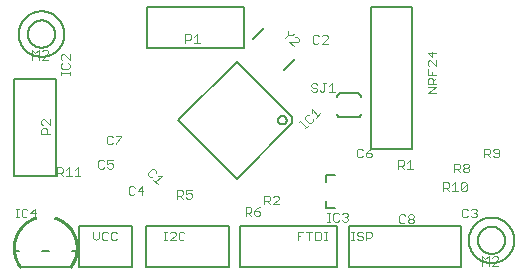
<source format=gto>
G75*
%MOIN*%
%OFA0B0*%
%FSLAX25Y25*%
%IPPOS*%
%LPD*%
%AMOC8*
5,1,8,0,0,1.08239X$1,22.5*
%
%ADD10C,0.00300*%
%ADD11C,0.00500*%
%ADD12C,0.00600*%
%ADD13C,0.00800*%
%ADD14C,0.00080*%
D10*
X0029105Y0012710D02*
X0030072Y0011742D01*
X0031040Y0012710D01*
X0031040Y0014645D01*
X0032051Y0014161D02*
X0032051Y0012226D01*
X0032535Y0011742D01*
X0033502Y0011742D01*
X0033986Y0012226D01*
X0034998Y0012226D02*
X0035481Y0011742D01*
X0036449Y0011742D01*
X0036933Y0012226D01*
X0034998Y0012226D02*
X0034998Y0014161D01*
X0035481Y0014645D01*
X0036449Y0014645D01*
X0036933Y0014161D01*
X0033986Y0014161D02*
X0033502Y0014645D01*
X0032535Y0014645D01*
X0032051Y0014161D01*
X0029105Y0014645D02*
X0029105Y0012710D01*
X0009562Y0019450D02*
X0009562Y0022352D01*
X0008111Y0020901D01*
X0010046Y0020901D01*
X0007099Y0019934D02*
X0006616Y0019450D01*
X0005648Y0019450D01*
X0005164Y0019934D01*
X0005164Y0021869D01*
X0005648Y0022352D01*
X0006616Y0022352D01*
X0007099Y0021869D01*
X0004167Y0022352D02*
X0003200Y0022352D01*
X0003684Y0022352D02*
X0003684Y0019450D01*
X0004167Y0019450D02*
X0003200Y0019450D01*
X0016950Y0033200D02*
X0016950Y0036102D01*
X0018401Y0036102D01*
X0018885Y0035619D01*
X0018885Y0034651D01*
X0018401Y0034167D01*
X0016950Y0034167D01*
X0017917Y0034167D02*
X0018885Y0033200D01*
X0019897Y0033200D02*
X0021831Y0033200D01*
X0020864Y0033200D02*
X0020864Y0036102D01*
X0019897Y0035135D01*
X0022843Y0035135D02*
X0023811Y0036102D01*
X0023811Y0033200D01*
X0024778Y0033200D02*
X0022843Y0033200D01*
X0030700Y0036184D02*
X0030700Y0038119D01*
X0031184Y0038602D01*
X0032151Y0038602D01*
X0032635Y0038119D01*
X0033647Y0038602D02*
X0033647Y0037151D01*
X0034614Y0037635D01*
X0035098Y0037635D01*
X0035581Y0037151D01*
X0035581Y0036184D01*
X0035098Y0035700D01*
X0034130Y0035700D01*
X0033647Y0036184D01*
X0032635Y0036184D02*
X0032151Y0035700D01*
X0031184Y0035700D01*
X0030700Y0036184D01*
X0033647Y0038602D02*
X0035581Y0038602D01*
X0035008Y0043750D02*
X0034041Y0043750D01*
X0033557Y0044234D01*
X0033557Y0046169D01*
X0034041Y0046652D01*
X0035008Y0046652D01*
X0035492Y0046169D01*
X0036503Y0046652D02*
X0038438Y0046652D01*
X0038438Y0046169D01*
X0036503Y0044234D01*
X0036503Y0043750D01*
X0035492Y0044234D02*
X0035008Y0043750D01*
X0047354Y0034213D02*
X0048722Y0035581D01*
X0049407Y0035581D01*
X0050091Y0034897D01*
X0050091Y0034213D01*
X0050464Y0033156D02*
X0051832Y0033156D01*
X0049780Y0031103D01*
X0050464Y0030419D02*
X0049096Y0031788D01*
X0048722Y0032845D02*
X0048038Y0032845D01*
X0047354Y0033529D01*
X0047354Y0034213D01*
X0045275Y0029803D02*
X0043824Y0028352D01*
X0045759Y0028352D01*
X0045275Y0026901D02*
X0045275Y0029803D01*
X0042812Y0029320D02*
X0042328Y0029803D01*
X0041361Y0029803D01*
X0040877Y0029320D01*
X0040877Y0027385D01*
X0041361Y0026901D01*
X0042328Y0026901D01*
X0042812Y0027385D01*
X0056950Y0026667D02*
X0058401Y0026667D01*
X0058885Y0027151D01*
X0058885Y0028119D01*
X0058401Y0028602D01*
X0056950Y0028602D01*
X0056950Y0025700D01*
X0057917Y0026667D02*
X0058885Y0025700D01*
X0059897Y0026184D02*
X0060380Y0025700D01*
X0061348Y0025700D01*
X0061831Y0026184D01*
X0061831Y0027151D01*
X0061348Y0027635D01*
X0060864Y0027635D01*
X0059897Y0027151D01*
X0059897Y0028602D01*
X0061831Y0028602D01*
X0079807Y0022902D02*
X0079807Y0020000D01*
X0079807Y0020967D02*
X0081258Y0020967D01*
X0081742Y0021451D01*
X0081742Y0022419D01*
X0081258Y0022902D01*
X0079807Y0022902D01*
X0080774Y0020967D02*
X0081742Y0020000D01*
X0082753Y0020484D02*
X0083237Y0020000D01*
X0084205Y0020000D01*
X0084688Y0020484D01*
X0084688Y0020967D01*
X0084205Y0021451D01*
X0082753Y0021451D01*
X0082753Y0020484D01*
X0082753Y0021451D02*
X0083721Y0022419D01*
X0084688Y0022902D01*
X0086057Y0023750D02*
X0086057Y0026652D01*
X0087508Y0026652D01*
X0087992Y0026169D01*
X0087992Y0025201D01*
X0087508Y0024717D01*
X0086057Y0024717D01*
X0087024Y0024717D02*
X0087992Y0023750D01*
X0089003Y0023750D02*
X0090938Y0025685D01*
X0090938Y0026169D01*
X0090455Y0026652D01*
X0089487Y0026652D01*
X0089003Y0026169D01*
X0089003Y0023750D02*
X0090938Y0023750D01*
X0097140Y0014645D02*
X0099075Y0014645D01*
X0100087Y0014645D02*
X0102022Y0014645D01*
X0101054Y0014645D02*
X0101054Y0011742D01*
X0103033Y0011742D02*
X0104484Y0011742D01*
X0104968Y0012226D01*
X0104968Y0014161D01*
X0104484Y0014645D01*
X0103033Y0014645D01*
X0103033Y0011742D01*
X0105980Y0011742D02*
X0106947Y0011742D01*
X0106463Y0011742D02*
X0106463Y0014645D01*
X0105980Y0014645D02*
X0106947Y0014645D01*
X0107093Y0018000D02*
X0108060Y0018000D01*
X0107576Y0018000D02*
X0107576Y0020902D01*
X0107093Y0020902D02*
X0108060Y0020902D01*
X0109057Y0020419D02*
X0109057Y0018484D01*
X0109541Y0018000D01*
X0110508Y0018000D01*
X0110992Y0018484D01*
X0112003Y0018484D02*
X0112487Y0018000D01*
X0113455Y0018000D01*
X0113938Y0018484D01*
X0113938Y0018967D01*
X0113455Y0019451D01*
X0112971Y0019451D01*
X0113455Y0019451D02*
X0113938Y0019935D01*
X0113938Y0020419D01*
X0113455Y0020902D01*
X0112487Y0020902D01*
X0112003Y0020419D01*
X0110992Y0020419D02*
X0110508Y0020902D01*
X0109541Y0020902D01*
X0109057Y0020419D01*
X0115087Y0014645D02*
X0116054Y0014645D01*
X0115570Y0014645D02*
X0115570Y0011742D01*
X0115087Y0011742D02*
X0116054Y0011742D01*
X0117051Y0012226D02*
X0117535Y0011742D01*
X0118502Y0011742D01*
X0118986Y0012226D01*
X0118986Y0012710D01*
X0118502Y0013193D01*
X0117535Y0013193D01*
X0117051Y0013677D01*
X0117051Y0014161D01*
X0117535Y0014645D01*
X0118502Y0014645D01*
X0118986Y0014161D01*
X0119998Y0014645D02*
X0121449Y0014645D01*
X0121933Y0014161D01*
X0121933Y0013193D01*
X0121449Y0012710D01*
X0119998Y0012710D01*
X0119998Y0011742D02*
X0119998Y0014645D01*
X0131057Y0017984D02*
X0131541Y0017500D01*
X0132508Y0017500D01*
X0132992Y0017984D01*
X0134003Y0017984D02*
X0134487Y0017500D01*
X0135455Y0017500D01*
X0135938Y0017984D01*
X0135938Y0018467D01*
X0135455Y0018951D01*
X0134487Y0018951D01*
X0134003Y0019435D01*
X0134003Y0019919D01*
X0134487Y0020402D01*
X0135455Y0020402D01*
X0135938Y0019919D01*
X0135938Y0019435D01*
X0135455Y0018951D01*
X0134487Y0018951D02*
X0134003Y0018467D01*
X0134003Y0017984D01*
X0132992Y0019919D02*
X0132508Y0020402D01*
X0131541Y0020402D01*
X0131057Y0019919D01*
X0131057Y0017984D01*
X0145700Y0028200D02*
X0145700Y0031102D01*
X0147151Y0031102D01*
X0147635Y0030619D01*
X0147635Y0029651D01*
X0147151Y0029167D01*
X0145700Y0029167D01*
X0146667Y0029167D02*
X0147635Y0028200D01*
X0148647Y0028200D02*
X0150581Y0028200D01*
X0149614Y0028200D02*
X0149614Y0031102D01*
X0148647Y0030135D01*
X0151593Y0030619D02*
X0151593Y0028684D01*
X0153528Y0030619D01*
X0153528Y0028684D01*
X0153044Y0028200D01*
X0152077Y0028200D01*
X0151593Y0028684D01*
X0151593Y0030619D02*
X0152077Y0031102D01*
X0153044Y0031102D01*
X0153528Y0030619D01*
X0153848Y0034450D02*
X0152880Y0034450D01*
X0152397Y0034934D01*
X0152397Y0035417D01*
X0152880Y0035901D01*
X0153848Y0035901D01*
X0154331Y0035417D01*
X0154331Y0034934D01*
X0153848Y0034450D01*
X0153848Y0035901D02*
X0154331Y0036385D01*
X0154331Y0036869D01*
X0153848Y0037352D01*
X0152880Y0037352D01*
X0152397Y0036869D01*
X0152397Y0036385D01*
X0152880Y0035901D01*
X0151385Y0035901D02*
X0151385Y0036869D01*
X0150901Y0037352D01*
X0149450Y0037352D01*
X0149450Y0034450D01*
X0149450Y0035417D02*
X0150901Y0035417D01*
X0151385Y0035901D01*
X0150417Y0035417D02*
X0151385Y0034450D01*
X0159450Y0039450D02*
X0159450Y0042352D01*
X0160901Y0042352D01*
X0161385Y0041869D01*
X0161385Y0040901D01*
X0160901Y0040417D01*
X0159450Y0040417D01*
X0160417Y0040417D02*
X0161385Y0039450D01*
X0162397Y0039934D02*
X0162880Y0039450D01*
X0163848Y0039450D01*
X0164331Y0039934D01*
X0164331Y0041869D01*
X0163848Y0042352D01*
X0162880Y0042352D01*
X0162397Y0041869D01*
X0162397Y0041385D01*
X0162880Y0040901D01*
X0164331Y0040901D01*
X0135581Y0035700D02*
X0133647Y0035700D01*
X0134614Y0035700D02*
X0134614Y0038602D01*
X0133647Y0037635D01*
X0132635Y0038119D02*
X0132635Y0037151D01*
X0132151Y0036667D01*
X0130700Y0036667D01*
X0130700Y0035700D02*
X0130700Y0038602D01*
X0132151Y0038602D01*
X0132635Y0038119D01*
X0131667Y0036667D02*
X0132635Y0035700D01*
X0121831Y0039934D02*
X0121831Y0040417D01*
X0121348Y0040901D01*
X0119897Y0040901D01*
X0119897Y0039934D01*
X0120380Y0039450D01*
X0121348Y0039450D01*
X0121831Y0039934D01*
X0119897Y0040901D02*
X0120864Y0041869D01*
X0121831Y0042352D01*
X0118885Y0041869D02*
X0118401Y0042352D01*
X0117434Y0042352D01*
X0116950Y0041869D01*
X0116950Y0039934D01*
X0117434Y0039450D01*
X0118401Y0039450D01*
X0118885Y0039934D01*
X0102196Y0051624D02*
X0101512Y0050940D01*
X0100828Y0050940D01*
X0099460Y0052308D01*
X0099460Y0052992D01*
X0100144Y0053676D01*
X0100828Y0053676D01*
X0101885Y0054050D02*
X0101885Y0055418D01*
X0103938Y0053365D01*
X0103253Y0052681D02*
X0104622Y0054050D01*
X0102196Y0052308D02*
X0102196Y0051624D01*
X0100465Y0049893D02*
X0099781Y0049209D01*
X0100123Y0049551D02*
X0098071Y0051603D01*
X0097729Y0051261D02*
X0098413Y0051945D01*
X0102169Y0061250D02*
X0101685Y0061734D01*
X0102169Y0061250D02*
X0103136Y0061250D01*
X0103620Y0061734D01*
X0103620Y0062217D01*
X0103136Y0062701D01*
X0102169Y0062701D01*
X0101685Y0063185D01*
X0101685Y0063669D01*
X0102169Y0064152D01*
X0103136Y0064152D01*
X0103620Y0063669D01*
X0105599Y0064152D02*
X0106567Y0064152D01*
X0106083Y0064152D02*
X0106083Y0061734D01*
X0105599Y0061250D01*
X0105116Y0061250D01*
X0104632Y0061734D01*
X0107578Y0061250D02*
X0109513Y0061250D01*
X0108546Y0061250D02*
X0108546Y0064152D01*
X0107578Y0063185D01*
X0095827Y0076389D02*
X0094459Y0077757D01*
X0097195Y0077757D01*
X0097537Y0078099D01*
X0097537Y0078783D01*
X0096853Y0079467D01*
X0096169Y0079467D01*
X0095454Y0080182D02*
X0095796Y0080524D01*
X0095454Y0080182D02*
X0094086Y0080182D01*
X0093059Y0079156D01*
X0094086Y0080182D02*
X0094086Y0081551D01*
X0094428Y0081893D01*
X0102258Y0079742D02*
X0102258Y0077807D01*
X0102741Y0077323D01*
X0103709Y0077323D01*
X0104193Y0077807D01*
X0105204Y0077323D02*
X0107139Y0079258D01*
X0107139Y0079742D01*
X0106655Y0080225D01*
X0105688Y0080225D01*
X0105204Y0079742D01*
X0104193Y0079742D02*
X0103709Y0080225D01*
X0102741Y0080225D01*
X0102258Y0079742D01*
X0105204Y0077323D02*
X0107139Y0077323D01*
X0140490Y0074193D02*
X0141941Y0072742D01*
X0141941Y0074677D01*
X0143392Y0074193D02*
X0140490Y0074193D01*
X0140973Y0071730D02*
X0140490Y0071247D01*
X0140490Y0070279D01*
X0140973Y0069795D01*
X0140490Y0068784D02*
X0140490Y0066849D01*
X0143392Y0066849D01*
X0143392Y0065837D02*
X0142425Y0064870D01*
X0142425Y0065354D02*
X0141941Y0065837D01*
X0140973Y0065837D01*
X0140490Y0065354D01*
X0140490Y0063902D01*
X0143392Y0063902D01*
X0142425Y0063902D02*
X0142425Y0065354D01*
X0141941Y0066849D02*
X0141941Y0067816D01*
X0143392Y0069795D02*
X0141457Y0071730D01*
X0140973Y0071730D01*
X0143392Y0071730D02*
X0143392Y0069795D01*
X0143392Y0062891D02*
X0140490Y0062891D01*
X0140490Y0060956D02*
X0143392Y0062891D01*
X0143392Y0060956D02*
X0140490Y0060956D01*
X0152434Y0022352D02*
X0151950Y0021869D01*
X0151950Y0019934D01*
X0152434Y0019450D01*
X0153401Y0019450D01*
X0153885Y0019934D01*
X0154897Y0019934D02*
X0155380Y0019450D01*
X0156348Y0019450D01*
X0156831Y0019934D01*
X0156831Y0020417D01*
X0156348Y0020901D01*
X0155864Y0020901D01*
X0156348Y0020901D02*
X0156831Y0021385D01*
X0156831Y0021869D01*
X0156348Y0022352D01*
X0155380Y0022352D01*
X0154897Y0021869D01*
X0153885Y0021869D02*
X0153401Y0022352D01*
X0152434Y0022352D01*
X0158687Y0006535D02*
X0159769Y0005453D01*
X0160851Y0006535D01*
X0160851Y0003289D01*
X0161950Y0003289D02*
X0164114Y0005453D01*
X0164114Y0005994D01*
X0163573Y0006535D01*
X0162491Y0006535D01*
X0161950Y0005994D01*
X0161950Y0003289D02*
X0164114Y0003289D01*
X0158687Y0003289D02*
X0158687Y0006535D01*
X0098108Y0013193D02*
X0097140Y0013193D01*
X0097140Y0011742D02*
X0097140Y0014645D01*
X0059433Y0014161D02*
X0058949Y0014645D01*
X0057981Y0014645D01*
X0057498Y0014161D01*
X0057498Y0012226D01*
X0057981Y0011742D01*
X0058949Y0011742D01*
X0059433Y0012226D01*
X0056486Y0011742D02*
X0054551Y0011742D01*
X0056486Y0013677D01*
X0056486Y0014161D01*
X0056002Y0014645D01*
X0055035Y0014645D01*
X0054551Y0014161D01*
X0053554Y0014645D02*
X0052587Y0014645D01*
X0053070Y0014645D02*
X0053070Y0011742D01*
X0052587Y0011742D02*
X0053554Y0011742D01*
X0014642Y0047206D02*
X0011740Y0047206D01*
X0011740Y0048657D01*
X0012223Y0049141D01*
X0013191Y0049141D01*
X0013675Y0048657D01*
X0013675Y0047206D01*
X0014642Y0050152D02*
X0012707Y0052087D01*
X0012223Y0052087D01*
X0011740Y0051604D01*
X0011740Y0050636D01*
X0012223Y0050152D01*
X0014642Y0050152D02*
X0014642Y0052087D01*
X0018248Y0066950D02*
X0018248Y0067917D01*
X0018248Y0067434D02*
X0021150Y0067434D01*
X0021150Y0067917D02*
X0021150Y0066950D01*
X0020666Y0068914D02*
X0018731Y0068914D01*
X0018248Y0069398D01*
X0018248Y0070366D01*
X0018731Y0070849D01*
X0018731Y0071861D02*
X0018248Y0072345D01*
X0018248Y0073312D01*
X0018731Y0073796D01*
X0019215Y0073796D01*
X0021150Y0071861D01*
X0021150Y0073796D01*
X0020666Y0070849D02*
X0021150Y0070366D01*
X0021150Y0069398D01*
X0020666Y0068914D01*
X0014114Y0072039D02*
X0011950Y0072039D01*
X0014114Y0074203D01*
X0014114Y0074744D01*
X0013573Y0075285D01*
X0012491Y0075285D01*
X0011950Y0074744D01*
X0010851Y0075285D02*
X0010851Y0072039D01*
X0008687Y0072039D02*
X0008687Y0075285D01*
X0009769Y0074203D01*
X0010851Y0075285D01*
X0059706Y0077708D02*
X0059706Y0080610D01*
X0061157Y0080610D01*
X0061641Y0080127D01*
X0061641Y0079159D01*
X0061157Y0078675D01*
X0059706Y0078675D01*
X0062652Y0077708D02*
X0064587Y0077708D01*
X0063620Y0077708D02*
X0063620Y0080610D01*
X0062652Y0079643D01*
D11*
X0046928Y0075835D02*
X0046928Y0089615D01*
X0079408Y0089615D01*
X0079408Y0075835D01*
X0046928Y0075835D01*
X0016515Y0065658D02*
X0016515Y0033178D01*
X0002735Y0033178D01*
X0002735Y0065658D01*
X0016515Y0065658D01*
X0024192Y0016515D02*
X0041908Y0016515D01*
X0041908Y0002735D01*
X0024192Y0002735D01*
X0024192Y0016515D01*
X0046692Y0016515D02*
X0046692Y0002735D01*
X0074251Y0002735D01*
X0074251Y0016515D01*
X0046692Y0016515D01*
X0077942Y0016515D02*
X0077942Y0002735D01*
X0110422Y0002735D01*
X0110422Y0016515D01*
X0077942Y0016515D01*
X0114192Y0016515D02*
X0114192Y0002735D01*
X0151593Y0002735D01*
X0151593Y0016515D01*
X0114192Y0016515D01*
X0121485Y0042164D02*
X0135265Y0042164D01*
X0135265Y0089408D01*
X0121485Y0089408D01*
X0121485Y0042164D01*
D12*
X0095327Y0050812D02*
X0095327Y0052788D01*
X0076800Y0071315D01*
X0057285Y0051800D01*
X0076800Y0032285D01*
X0095327Y0050812D01*
X0090659Y0051800D02*
X0090661Y0051875D01*
X0090667Y0051949D01*
X0090677Y0052023D01*
X0090690Y0052096D01*
X0090708Y0052169D01*
X0090729Y0052240D01*
X0090754Y0052311D01*
X0090783Y0052380D01*
X0090816Y0052447D01*
X0090852Y0052512D01*
X0090891Y0052576D01*
X0090933Y0052637D01*
X0090979Y0052696D01*
X0091028Y0052753D01*
X0091080Y0052806D01*
X0091134Y0052857D01*
X0091191Y0052906D01*
X0091251Y0052950D01*
X0091313Y0052992D01*
X0091377Y0053031D01*
X0091443Y0053066D01*
X0091510Y0053097D01*
X0091580Y0053125D01*
X0091650Y0053149D01*
X0091722Y0053170D01*
X0091795Y0053186D01*
X0091868Y0053199D01*
X0091943Y0053208D01*
X0092017Y0053213D01*
X0092092Y0053214D01*
X0092166Y0053211D01*
X0092241Y0053204D01*
X0092314Y0053193D01*
X0092388Y0053179D01*
X0092460Y0053160D01*
X0092531Y0053138D01*
X0092601Y0053112D01*
X0092670Y0053082D01*
X0092736Y0053049D01*
X0092801Y0053012D01*
X0092864Y0052972D01*
X0092925Y0052928D01*
X0092983Y0052882D01*
X0093039Y0052832D01*
X0093092Y0052780D01*
X0093143Y0052725D01*
X0093190Y0052667D01*
X0093234Y0052607D01*
X0093275Y0052544D01*
X0093313Y0052480D01*
X0093347Y0052414D01*
X0093378Y0052345D01*
X0093405Y0052276D01*
X0093428Y0052205D01*
X0093447Y0052133D01*
X0093463Y0052060D01*
X0093475Y0051986D01*
X0093483Y0051912D01*
X0093487Y0051837D01*
X0093487Y0051763D01*
X0093483Y0051688D01*
X0093475Y0051614D01*
X0093463Y0051540D01*
X0093447Y0051467D01*
X0093428Y0051395D01*
X0093405Y0051324D01*
X0093378Y0051255D01*
X0093347Y0051186D01*
X0093313Y0051120D01*
X0093275Y0051056D01*
X0093234Y0050993D01*
X0093190Y0050933D01*
X0093143Y0050875D01*
X0093092Y0050820D01*
X0093039Y0050768D01*
X0092983Y0050718D01*
X0092925Y0050672D01*
X0092864Y0050628D01*
X0092801Y0050588D01*
X0092736Y0050551D01*
X0092670Y0050518D01*
X0092601Y0050488D01*
X0092531Y0050462D01*
X0092460Y0050440D01*
X0092388Y0050421D01*
X0092314Y0050407D01*
X0092241Y0050396D01*
X0092166Y0050389D01*
X0092092Y0050386D01*
X0092017Y0050387D01*
X0091943Y0050392D01*
X0091868Y0050401D01*
X0091795Y0050414D01*
X0091722Y0050430D01*
X0091650Y0050451D01*
X0091580Y0050475D01*
X0091510Y0050503D01*
X0091443Y0050534D01*
X0091377Y0050569D01*
X0091313Y0050608D01*
X0091251Y0050650D01*
X0091191Y0050694D01*
X0091134Y0050743D01*
X0091080Y0050794D01*
X0091028Y0050847D01*
X0090979Y0050904D01*
X0090933Y0050963D01*
X0090891Y0051024D01*
X0090852Y0051088D01*
X0090816Y0051153D01*
X0090783Y0051220D01*
X0090754Y0051289D01*
X0090729Y0051360D01*
X0090708Y0051431D01*
X0090690Y0051504D01*
X0090677Y0051577D01*
X0090667Y0051651D01*
X0090661Y0051725D01*
X0090659Y0051800D01*
X0154226Y0011800D02*
X0154228Y0011986D01*
X0154235Y0012172D01*
X0154247Y0012357D01*
X0154262Y0012542D01*
X0154283Y0012727D01*
X0154308Y0012911D01*
X0154338Y0013095D01*
X0154372Y0013278D01*
X0154410Y0013459D01*
X0154453Y0013640D01*
X0154500Y0013820D01*
X0154552Y0013999D01*
X0154608Y0014176D01*
X0154669Y0014352D01*
X0154734Y0014526D01*
X0154803Y0014698D01*
X0154876Y0014869D01*
X0154953Y0015038D01*
X0155035Y0015205D01*
X0155120Y0015370D01*
X0155210Y0015533D01*
X0155304Y0015694D01*
X0155401Y0015852D01*
X0155502Y0016008D01*
X0155608Y0016161D01*
X0155717Y0016312D01*
X0155829Y0016460D01*
X0155945Y0016605D01*
X0156065Y0016747D01*
X0156188Y0016886D01*
X0156315Y0017023D01*
X0156444Y0017156D01*
X0156577Y0017285D01*
X0156714Y0017412D01*
X0156853Y0017535D01*
X0156995Y0017655D01*
X0157140Y0017771D01*
X0157288Y0017883D01*
X0157439Y0017992D01*
X0157592Y0018098D01*
X0157748Y0018199D01*
X0157906Y0018296D01*
X0158067Y0018390D01*
X0158230Y0018480D01*
X0158395Y0018565D01*
X0158562Y0018647D01*
X0158731Y0018724D01*
X0158902Y0018797D01*
X0159074Y0018866D01*
X0159248Y0018931D01*
X0159424Y0018992D01*
X0159601Y0019048D01*
X0159780Y0019100D01*
X0159960Y0019147D01*
X0160141Y0019190D01*
X0160322Y0019228D01*
X0160505Y0019262D01*
X0160689Y0019292D01*
X0160873Y0019317D01*
X0161058Y0019338D01*
X0161243Y0019353D01*
X0161428Y0019365D01*
X0161614Y0019372D01*
X0161800Y0019374D01*
X0161986Y0019372D01*
X0162172Y0019365D01*
X0162357Y0019353D01*
X0162542Y0019338D01*
X0162727Y0019317D01*
X0162911Y0019292D01*
X0163095Y0019262D01*
X0163278Y0019228D01*
X0163459Y0019190D01*
X0163640Y0019147D01*
X0163820Y0019100D01*
X0163999Y0019048D01*
X0164176Y0018992D01*
X0164352Y0018931D01*
X0164526Y0018866D01*
X0164698Y0018797D01*
X0164869Y0018724D01*
X0165038Y0018647D01*
X0165205Y0018565D01*
X0165370Y0018480D01*
X0165533Y0018390D01*
X0165694Y0018296D01*
X0165852Y0018199D01*
X0166008Y0018098D01*
X0166161Y0017992D01*
X0166312Y0017883D01*
X0166460Y0017771D01*
X0166605Y0017655D01*
X0166747Y0017535D01*
X0166886Y0017412D01*
X0167023Y0017285D01*
X0167156Y0017156D01*
X0167285Y0017023D01*
X0167412Y0016886D01*
X0167535Y0016747D01*
X0167655Y0016605D01*
X0167771Y0016460D01*
X0167883Y0016312D01*
X0167992Y0016161D01*
X0168098Y0016008D01*
X0168199Y0015852D01*
X0168296Y0015694D01*
X0168390Y0015533D01*
X0168480Y0015370D01*
X0168565Y0015205D01*
X0168647Y0015038D01*
X0168724Y0014869D01*
X0168797Y0014698D01*
X0168866Y0014526D01*
X0168931Y0014352D01*
X0168992Y0014176D01*
X0169048Y0013999D01*
X0169100Y0013820D01*
X0169147Y0013640D01*
X0169190Y0013459D01*
X0169228Y0013278D01*
X0169262Y0013095D01*
X0169292Y0012911D01*
X0169317Y0012727D01*
X0169338Y0012542D01*
X0169353Y0012357D01*
X0169365Y0012172D01*
X0169372Y0011986D01*
X0169374Y0011800D01*
X0169372Y0011614D01*
X0169365Y0011428D01*
X0169353Y0011243D01*
X0169338Y0011058D01*
X0169317Y0010873D01*
X0169292Y0010689D01*
X0169262Y0010505D01*
X0169228Y0010322D01*
X0169190Y0010141D01*
X0169147Y0009960D01*
X0169100Y0009780D01*
X0169048Y0009601D01*
X0168992Y0009424D01*
X0168931Y0009248D01*
X0168866Y0009074D01*
X0168797Y0008902D01*
X0168724Y0008731D01*
X0168647Y0008562D01*
X0168565Y0008395D01*
X0168480Y0008230D01*
X0168390Y0008067D01*
X0168296Y0007906D01*
X0168199Y0007748D01*
X0168098Y0007592D01*
X0167992Y0007439D01*
X0167883Y0007288D01*
X0167771Y0007140D01*
X0167655Y0006995D01*
X0167535Y0006853D01*
X0167412Y0006714D01*
X0167285Y0006577D01*
X0167156Y0006444D01*
X0167023Y0006315D01*
X0166886Y0006188D01*
X0166747Y0006065D01*
X0166605Y0005945D01*
X0166460Y0005829D01*
X0166312Y0005717D01*
X0166161Y0005608D01*
X0166008Y0005502D01*
X0165852Y0005401D01*
X0165694Y0005304D01*
X0165533Y0005210D01*
X0165370Y0005120D01*
X0165205Y0005035D01*
X0165038Y0004953D01*
X0164869Y0004876D01*
X0164698Y0004803D01*
X0164526Y0004734D01*
X0164352Y0004669D01*
X0164176Y0004608D01*
X0163999Y0004552D01*
X0163820Y0004500D01*
X0163640Y0004453D01*
X0163459Y0004410D01*
X0163278Y0004372D01*
X0163095Y0004338D01*
X0162911Y0004308D01*
X0162727Y0004283D01*
X0162542Y0004262D01*
X0162357Y0004247D01*
X0162172Y0004235D01*
X0161986Y0004228D01*
X0161800Y0004226D01*
X0161614Y0004228D01*
X0161428Y0004235D01*
X0161243Y0004247D01*
X0161058Y0004262D01*
X0160873Y0004283D01*
X0160689Y0004308D01*
X0160505Y0004338D01*
X0160322Y0004372D01*
X0160141Y0004410D01*
X0159960Y0004453D01*
X0159780Y0004500D01*
X0159601Y0004552D01*
X0159424Y0004608D01*
X0159248Y0004669D01*
X0159074Y0004734D01*
X0158902Y0004803D01*
X0158731Y0004876D01*
X0158562Y0004953D01*
X0158395Y0005035D01*
X0158230Y0005120D01*
X0158067Y0005210D01*
X0157906Y0005304D01*
X0157748Y0005401D01*
X0157592Y0005502D01*
X0157439Y0005608D01*
X0157288Y0005717D01*
X0157140Y0005829D01*
X0156995Y0005945D01*
X0156853Y0006065D01*
X0156714Y0006188D01*
X0156577Y0006315D01*
X0156444Y0006444D01*
X0156315Y0006577D01*
X0156188Y0006714D01*
X0156065Y0006853D01*
X0155945Y0006995D01*
X0155829Y0007140D01*
X0155717Y0007288D01*
X0155608Y0007439D01*
X0155502Y0007592D01*
X0155401Y0007748D01*
X0155304Y0007906D01*
X0155210Y0008067D01*
X0155120Y0008230D01*
X0155035Y0008395D01*
X0154953Y0008562D01*
X0154876Y0008731D01*
X0154803Y0008902D01*
X0154734Y0009074D01*
X0154669Y0009248D01*
X0154608Y0009424D01*
X0154552Y0009601D01*
X0154500Y0009780D01*
X0154453Y0009960D01*
X0154410Y0010141D01*
X0154372Y0010322D01*
X0154338Y0010505D01*
X0154308Y0010689D01*
X0154283Y0010873D01*
X0154262Y0011058D01*
X0154247Y0011243D01*
X0154235Y0011428D01*
X0154228Y0011614D01*
X0154226Y0011800D01*
X0004226Y0080550D02*
X0004228Y0080736D01*
X0004235Y0080922D01*
X0004247Y0081107D01*
X0004262Y0081292D01*
X0004283Y0081477D01*
X0004308Y0081661D01*
X0004338Y0081845D01*
X0004372Y0082028D01*
X0004410Y0082209D01*
X0004453Y0082390D01*
X0004500Y0082570D01*
X0004552Y0082749D01*
X0004608Y0082926D01*
X0004669Y0083102D01*
X0004734Y0083276D01*
X0004803Y0083448D01*
X0004876Y0083619D01*
X0004953Y0083788D01*
X0005035Y0083955D01*
X0005120Y0084120D01*
X0005210Y0084283D01*
X0005304Y0084444D01*
X0005401Y0084602D01*
X0005502Y0084758D01*
X0005608Y0084911D01*
X0005717Y0085062D01*
X0005829Y0085210D01*
X0005945Y0085355D01*
X0006065Y0085497D01*
X0006188Y0085636D01*
X0006315Y0085773D01*
X0006444Y0085906D01*
X0006577Y0086035D01*
X0006714Y0086162D01*
X0006853Y0086285D01*
X0006995Y0086405D01*
X0007140Y0086521D01*
X0007288Y0086633D01*
X0007439Y0086742D01*
X0007592Y0086848D01*
X0007748Y0086949D01*
X0007906Y0087046D01*
X0008067Y0087140D01*
X0008230Y0087230D01*
X0008395Y0087315D01*
X0008562Y0087397D01*
X0008731Y0087474D01*
X0008902Y0087547D01*
X0009074Y0087616D01*
X0009248Y0087681D01*
X0009424Y0087742D01*
X0009601Y0087798D01*
X0009780Y0087850D01*
X0009960Y0087897D01*
X0010141Y0087940D01*
X0010322Y0087978D01*
X0010505Y0088012D01*
X0010689Y0088042D01*
X0010873Y0088067D01*
X0011058Y0088088D01*
X0011243Y0088103D01*
X0011428Y0088115D01*
X0011614Y0088122D01*
X0011800Y0088124D01*
X0011986Y0088122D01*
X0012172Y0088115D01*
X0012357Y0088103D01*
X0012542Y0088088D01*
X0012727Y0088067D01*
X0012911Y0088042D01*
X0013095Y0088012D01*
X0013278Y0087978D01*
X0013459Y0087940D01*
X0013640Y0087897D01*
X0013820Y0087850D01*
X0013999Y0087798D01*
X0014176Y0087742D01*
X0014352Y0087681D01*
X0014526Y0087616D01*
X0014698Y0087547D01*
X0014869Y0087474D01*
X0015038Y0087397D01*
X0015205Y0087315D01*
X0015370Y0087230D01*
X0015533Y0087140D01*
X0015694Y0087046D01*
X0015852Y0086949D01*
X0016008Y0086848D01*
X0016161Y0086742D01*
X0016312Y0086633D01*
X0016460Y0086521D01*
X0016605Y0086405D01*
X0016747Y0086285D01*
X0016886Y0086162D01*
X0017023Y0086035D01*
X0017156Y0085906D01*
X0017285Y0085773D01*
X0017412Y0085636D01*
X0017535Y0085497D01*
X0017655Y0085355D01*
X0017771Y0085210D01*
X0017883Y0085062D01*
X0017992Y0084911D01*
X0018098Y0084758D01*
X0018199Y0084602D01*
X0018296Y0084444D01*
X0018390Y0084283D01*
X0018480Y0084120D01*
X0018565Y0083955D01*
X0018647Y0083788D01*
X0018724Y0083619D01*
X0018797Y0083448D01*
X0018866Y0083276D01*
X0018931Y0083102D01*
X0018992Y0082926D01*
X0019048Y0082749D01*
X0019100Y0082570D01*
X0019147Y0082390D01*
X0019190Y0082209D01*
X0019228Y0082028D01*
X0019262Y0081845D01*
X0019292Y0081661D01*
X0019317Y0081477D01*
X0019338Y0081292D01*
X0019353Y0081107D01*
X0019365Y0080922D01*
X0019372Y0080736D01*
X0019374Y0080550D01*
X0019372Y0080364D01*
X0019365Y0080178D01*
X0019353Y0079993D01*
X0019338Y0079808D01*
X0019317Y0079623D01*
X0019292Y0079439D01*
X0019262Y0079255D01*
X0019228Y0079072D01*
X0019190Y0078891D01*
X0019147Y0078710D01*
X0019100Y0078530D01*
X0019048Y0078351D01*
X0018992Y0078174D01*
X0018931Y0077998D01*
X0018866Y0077824D01*
X0018797Y0077652D01*
X0018724Y0077481D01*
X0018647Y0077312D01*
X0018565Y0077145D01*
X0018480Y0076980D01*
X0018390Y0076817D01*
X0018296Y0076656D01*
X0018199Y0076498D01*
X0018098Y0076342D01*
X0017992Y0076189D01*
X0017883Y0076038D01*
X0017771Y0075890D01*
X0017655Y0075745D01*
X0017535Y0075603D01*
X0017412Y0075464D01*
X0017285Y0075327D01*
X0017156Y0075194D01*
X0017023Y0075065D01*
X0016886Y0074938D01*
X0016747Y0074815D01*
X0016605Y0074695D01*
X0016460Y0074579D01*
X0016312Y0074467D01*
X0016161Y0074358D01*
X0016008Y0074252D01*
X0015852Y0074151D01*
X0015694Y0074054D01*
X0015533Y0073960D01*
X0015370Y0073870D01*
X0015205Y0073785D01*
X0015038Y0073703D01*
X0014869Y0073626D01*
X0014698Y0073553D01*
X0014526Y0073484D01*
X0014352Y0073419D01*
X0014176Y0073358D01*
X0013999Y0073302D01*
X0013820Y0073250D01*
X0013640Y0073203D01*
X0013459Y0073160D01*
X0013278Y0073122D01*
X0013095Y0073088D01*
X0012911Y0073058D01*
X0012727Y0073033D01*
X0012542Y0073012D01*
X0012357Y0072997D01*
X0012172Y0072985D01*
X0011986Y0072978D01*
X0011800Y0072976D01*
X0011614Y0072978D01*
X0011428Y0072985D01*
X0011243Y0072997D01*
X0011058Y0073012D01*
X0010873Y0073033D01*
X0010689Y0073058D01*
X0010505Y0073088D01*
X0010322Y0073122D01*
X0010141Y0073160D01*
X0009960Y0073203D01*
X0009780Y0073250D01*
X0009601Y0073302D01*
X0009424Y0073358D01*
X0009248Y0073419D01*
X0009074Y0073484D01*
X0008902Y0073553D01*
X0008731Y0073626D01*
X0008562Y0073703D01*
X0008395Y0073785D01*
X0008230Y0073870D01*
X0008067Y0073960D01*
X0007906Y0074054D01*
X0007748Y0074151D01*
X0007592Y0074252D01*
X0007439Y0074358D01*
X0007288Y0074467D01*
X0007140Y0074579D01*
X0006995Y0074695D01*
X0006853Y0074815D01*
X0006714Y0074938D01*
X0006577Y0075065D01*
X0006444Y0075194D01*
X0006315Y0075327D01*
X0006188Y0075464D01*
X0006065Y0075603D01*
X0005945Y0075745D01*
X0005829Y0075890D01*
X0005717Y0076038D01*
X0005608Y0076189D01*
X0005502Y0076342D01*
X0005401Y0076498D01*
X0005304Y0076656D01*
X0005210Y0076817D01*
X0005120Y0076980D01*
X0005035Y0077145D01*
X0004953Y0077312D01*
X0004876Y0077481D01*
X0004803Y0077652D01*
X0004734Y0077824D01*
X0004669Y0077998D01*
X0004608Y0078174D01*
X0004552Y0078351D01*
X0004500Y0078530D01*
X0004453Y0078710D01*
X0004410Y0078891D01*
X0004372Y0079072D01*
X0004338Y0079255D01*
X0004308Y0079439D01*
X0004283Y0079623D01*
X0004262Y0079808D01*
X0004247Y0079993D01*
X0004235Y0080178D01*
X0004228Y0080364D01*
X0004226Y0080550D01*
D13*
X0004804Y0002800D02*
X0021296Y0002800D01*
X0021923Y0008300D02*
X0023502Y0008300D01*
X0014177Y0008300D02*
X0011923Y0008300D01*
X0004177Y0008300D02*
X0002598Y0008300D01*
X0092692Y0068482D02*
X0096311Y0072101D01*
X0085872Y0082540D02*
X0082253Y0078921D01*
X0111150Y0060737D02*
X0117450Y0060737D01*
X0117450Y0060738D02*
X0117509Y0060724D01*
X0117567Y0060707D01*
X0117624Y0060686D01*
X0117680Y0060662D01*
X0117734Y0060634D01*
X0117786Y0060604D01*
X0117837Y0060570D01*
X0117885Y0060533D01*
X0117931Y0060494D01*
X0117974Y0060451D01*
X0118015Y0060407D01*
X0118053Y0060359D01*
X0118088Y0060310D01*
X0118120Y0060258D01*
X0118149Y0060205D01*
X0118175Y0060150D01*
X0118197Y0060094D01*
X0118216Y0060036D01*
X0118232Y0059977D01*
X0118243Y0059918D01*
X0118252Y0059858D01*
X0118256Y0059797D01*
X0118257Y0059737D01*
X0118254Y0059676D01*
X0118248Y0059616D01*
X0118238Y0059556D01*
X0111150Y0060738D02*
X0111091Y0060724D01*
X0111033Y0060707D01*
X0110976Y0060686D01*
X0110920Y0060662D01*
X0110866Y0060634D01*
X0110814Y0060604D01*
X0110763Y0060570D01*
X0110715Y0060533D01*
X0110669Y0060494D01*
X0110626Y0060451D01*
X0110585Y0060407D01*
X0110547Y0060359D01*
X0110512Y0060310D01*
X0110480Y0060258D01*
X0110451Y0060205D01*
X0110425Y0060150D01*
X0110403Y0060094D01*
X0110384Y0060036D01*
X0110368Y0059977D01*
X0110357Y0059918D01*
X0110348Y0059858D01*
X0110344Y0059797D01*
X0110343Y0059737D01*
X0110346Y0059676D01*
X0110352Y0059616D01*
X0110362Y0059556D01*
X0110362Y0054044D02*
X0110352Y0053984D01*
X0110346Y0053924D01*
X0110343Y0053863D01*
X0110344Y0053803D01*
X0110348Y0053742D01*
X0110357Y0053682D01*
X0110368Y0053623D01*
X0110384Y0053564D01*
X0110403Y0053506D01*
X0110425Y0053450D01*
X0110451Y0053395D01*
X0110480Y0053342D01*
X0110512Y0053290D01*
X0110547Y0053241D01*
X0110585Y0053193D01*
X0110626Y0053149D01*
X0110669Y0053106D01*
X0110715Y0053067D01*
X0110763Y0053030D01*
X0110814Y0052996D01*
X0110866Y0052966D01*
X0110920Y0052938D01*
X0110976Y0052914D01*
X0111033Y0052893D01*
X0111091Y0052876D01*
X0111150Y0052862D01*
X0111150Y0052863D02*
X0117450Y0052863D01*
X0117450Y0052862D02*
X0117509Y0052876D01*
X0117567Y0052893D01*
X0117624Y0052914D01*
X0117680Y0052938D01*
X0117734Y0052966D01*
X0117786Y0052996D01*
X0117837Y0053030D01*
X0117885Y0053067D01*
X0117931Y0053106D01*
X0117974Y0053149D01*
X0118015Y0053193D01*
X0118053Y0053241D01*
X0118088Y0053290D01*
X0118120Y0053342D01*
X0118149Y0053395D01*
X0118175Y0053450D01*
X0118197Y0053506D01*
X0118216Y0053564D01*
X0118232Y0053623D01*
X0118243Y0053682D01*
X0118252Y0053742D01*
X0118256Y0053803D01*
X0118257Y0053863D01*
X0118254Y0053924D01*
X0118248Y0053984D01*
X0118238Y0054044D01*
X0109694Y0033562D02*
X0106544Y0033562D01*
X0106544Y0031200D01*
X0106544Y0024900D02*
X0106544Y0022538D01*
X0109694Y0022538D01*
X0157266Y0011800D02*
X0157268Y0011934D01*
X0157274Y0012069D01*
X0157284Y0012203D01*
X0157298Y0012336D01*
X0157316Y0012469D01*
X0157337Y0012602D01*
X0157363Y0012734D01*
X0157393Y0012865D01*
X0157426Y0012995D01*
X0157464Y0013124D01*
X0157505Y0013252D01*
X0157550Y0013379D01*
X0157598Y0013504D01*
X0157651Y0013628D01*
X0157707Y0013750D01*
X0157766Y0013870D01*
X0157829Y0013989D01*
X0157896Y0014106D01*
X0157966Y0014220D01*
X0158039Y0014333D01*
X0158116Y0014443D01*
X0158196Y0014551D01*
X0158279Y0014657D01*
X0158365Y0014760D01*
X0158455Y0014860D01*
X0158547Y0014958D01*
X0158642Y0015053D01*
X0158740Y0015145D01*
X0158840Y0015235D01*
X0158943Y0015321D01*
X0159049Y0015404D01*
X0159157Y0015484D01*
X0159267Y0015561D01*
X0159380Y0015634D01*
X0159494Y0015704D01*
X0159611Y0015771D01*
X0159730Y0015834D01*
X0159850Y0015893D01*
X0159972Y0015949D01*
X0160096Y0016002D01*
X0160221Y0016050D01*
X0160348Y0016095D01*
X0160476Y0016136D01*
X0160605Y0016174D01*
X0160735Y0016207D01*
X0160866Y0016237D01*
X0160998Y0016263D01*
X0161131Y0016284D01*
X0161264Y0016302D01*
X0161397Y0016316D01*
X0161531Y0016326D01*
X0161666Y0016332D01*
X0161800Y0016334D01*
X0161934Y0016332D01*
X0162069Y0016326D01*
X0162203Y0016316D01*
X0162336Y0016302D01*
X0162469Y0016284D01*
X0162602Y0016263D01*
X0162734Y0016237D01*
X0162865Y0016207D01*
X0162995Y0016174D01*
X0163124Y0016136D01*
X0163252Y0016095D01*
X0163379Y0016050D01*
X0163504Y0016002D01*
X0163628Y0015949D01*
X0163750Y0015893D01*
X0163870Y0015834D01*
X0163989Y0015771D01*
X0164106Y0015704D01*
X0164220Y0015634D01*
X0164333Y0015561D01*
X0164443Y0015484D01*
X0164551Y0015404D01*
X0164657Y0015321D01*
X0164760Y0015235D01*
X0164860Y0015145D01*
X0164958Y0015053D01*
X0165053Y0014958D01*
X0165145Y0014860D01*
X0165235Y0014760D01*
X0165321Y0014657D01*
X0165404Y0014551D01*
X0165484Y0014443D01*
X0165561Y0014333D01*
X0165634Y0014220D01*
X0165704Y0014106D01*
X0165771Y0013989D01*
X0165834Y0013870D01*
X0165893Y0013750D01*
X0165949Y0013628D01*
X0166002Y0013504D01*
X0166050Y0013379D01*
X0166095Y0013252D01*
X0166136Y0013124D01*
X0166174Y0012995D01*
X0166207Y0012865D01*
X0166237Y0012734D01*
X0166263Y0012602D01*
X0166284Y0012469D01*
X0166302Y0012336D01*
X0166316Y0012203D01*
X0166326Y0012069D01*
X0166332Y0011934D01*
X0166334Y0011800D01*
X0166332Y0011666D01*
X0166326Y0011531D01*
X0166316Y0011397D01*
X0166302Y0011264D01*
X0166284Y0011131D01*
X0166263Y0010998D01*
X0166237Y0010866D01*
X0166207Y0010735D01*
X0166174Y0010605D01*
X0166136Y0010476D01*
X0166095Y0010348D01*
X0166050Y0010221D01*
X0166002Y0010096D01*
X0165949Y0009972D01*
X0165893Y0009850D01*
X0165834Y0009730D01*
X0165771Y0009611D01*
X0165704Y0009494D01*
X0165634Y0009380D01*
X0165561Y0009267D01*
X0165484Y0009157D01*
X0165404Y0009049D01*
X0165321Y0008943D01*
X0165235Y0008840D01*
X0165145Y0008740D01*
X0165053Y0008642D01*
X0164958Y0008547D01*
X0164860Y0008455D01*
X0164760Y0008365D01*
X0164657Y0008279D01*
X0164551Y0008196D01*
X0164443Y0008116D01*
X0164333Y0008039D01*
X0164220Y0007966D01*
X0164106Y0007896D01*
X0163989Y0007829D01*
X0163870Y0007766D01*
X0163750Y0007707D01*
X0163628Y0007651D01*
X0163504Y0007598D01*
X0163379Y0007550D01*
X0163252Y0007505D01*
X0163124Y0007464D01*
X0162995Y0007426D01*
X0162865Y0007393D01*
X0162734Y0007363D01*
X0162602Y0007337D01*
X0162469Y0007316D01*
X0162336Y0007298D01*
X0162203Y0007284D01*
X0162069Y0007274D01*
X0161934Y0007268D01*
X0161800Y0007266D01*
X0161666Y0007268D01*
X0161531Y0007274D01*
X0161397Y0007284D01*
X0161264Y0007298D01*
X0161131Y0007316D01*
X0160998Y0007337D01*
X0160866Y0007363D01*
X0160735Y0007393D01*
X0160605Y0007426D01*
X0160476Y0007464D01*
X0160348Y0007505D01*
X0160221Y0007550D01*
X0160096Y0007598D01*
X0159972Y0007651D01*
X0159850Y0007707D01*
X0159730Y0007766D01*
X0159611Y0007829D01*
X0159494Y0007896D01*
X0159380Y0007966D01*
X0159267Y0008039D01*
X0159157Y0008116D01*
X0159049Y0008196D01*
X0158943Y0008279D01*
X0158840Y0008365D01*
X0158740Y0008455D01*
X0158642Y0008547D01*
X0158547Y0008642D01*
X0158455Y0008740D01*
X0158365Y0008840D01*
X0158279Y0008943D01*
X0158196Y0009049D01*
X0158116Y0009157D01*
X0158039Y0009267D01*
X0157966Y0009380D01*
X0157896Y0009494D01*
X0157829Y0009611D01*
X0157766Y0009730D01*
X0157707Y0009850D01*
X0157651Y0009972D01*
X0157598Y0010096D01*
X0157550Y0010221D01*
X0157505Y0010348D01*
X0157464Y0010476D01*
X0157426Y0010605D01*
X0157393Y0010735D01*
X0157363Y0010866D01*
X0157337Y0010998D01*
X0157316Y0011131D01*
X0157298Y0011264D01*
X0157284Y0011397D01*
X0157274Y0011531D01*
X0157268Y0011666D01*
X0157266Y0011800D01*
X0007266Y0080550D02*
X0007268Y0080684D01*
X0007274Y0080819D01*
X0007284Y0080953D01*
X0007298Y0081086D01*
X0007316Y0081219D01*
X0007337Y0081352D01*
X0007363Y0081484D01*
X0007393Y0081615D01*
X0007426Y0081745D01*
X0007464Y0081874D01*
X0007505Y0082002D01*
X0007550Y0082129D01*
X0007598Y0082254D01*
X0007651Y0082378D01*
X0007707Y0082500D01*
X0007766Y0082620D01*
X0007829Y0082739D01*
X0007896Y0082856D01*
X0007966Y0082970D01*
X0008039Y0083083D01*
X0008116Y0083193D01*
X0008196Y0083301D01*
X0008279Y0083407D01*
X0008365Y0083510D01*
X0008455Y0083610D01*
X0008547Y0083708D01*
X0008642Y0083803D01*
X0008740Y0083895D01*
X0008840Y0083985D01*
X0008943Y0084071D01*
X0009049Y0084154D01*
X0009157Y0084234D01*
X0009267Y0084311D01*
X0009380Y0084384D01*
X0009494Y0084454D01*
X0009611Y0084521D01*
X0009730Y0084584D01*
X0009850Y0084643D01*
X0009972Y0084699D01*
X0010096Y0084752D01*
X0010221Y0084800D01*
X0010348Y0084845D01*
X0010476Y0084886D01*
X0010605Y0084924D01*
X0010735Y0084957D01*
X0010866Y0084987D01*
X0010998Y0085013D01*
X0011131Y0085034D01*
X0011264Y0085052D01*
X0011397Y0085066D01*
X0011531Y0085076D01*
X0011666Y0085082D01*
X0011800Y0085084D01*
X0011934Y0085082D01*
X0012069Y0085076D01*
X0012203Y0085066D01*
X0012336Y0085052D01*
X0012469Y0085034D01*
X0012602Y0085013D01*
X0012734Y0084987D01*
X0012865Y0084957D01*
X0012995Y0084924D01*
X0013124Y0084886D01*
X0013252Y0084845D01*
X0013379Y0084800D01*
X0013504Y0084752D01*
X0013628Y0084699D01*
X0013750Y0084643D01*
X0013870Y0084584D01*
X0013989Y0084521D01*
X0014106Y0084454D01*
X0014220Y0084384D01*
X0014333Y0084311D01*
X0014443Y0084234D01*
X0014551Y0084154D01*
X0014657Y0084071D01*
X0014760Y0083985D01*
X0014860Y0083895D01*
X0014958Y0083803D01*
X0015053Y0083708D01*
X0015145Y0083610D01*
X0015235Y0083510D01*
X0015321Y0083407D01*
X0015404Y0083301D01*
X0015484Y0083193D01*
X0015561Y0083083D01*
X0015634Y0082970D01*
X0015704Y0082856D01*
X0015771Y0082739D01*
X0015834Y0082620D01*
X0015893Y0082500D01*
X0015949Y0082378D01*
X0016002Y0082254D01*
X0016050Y0082129D01*
X0016095Y0082002D01*
X0016136Y0081874D01*
X0016174Y0081745D01*
X0016207Y0081615D01*
X0016237Y0081484D01*
X0016263Y0081352D01*
X0016284Y0081219D01*
X0016302Y0081086D01*
X0016316Y0080953D01*
X0016326Y0080819D01*
X0016332Y0080684D01*
X0016334Y0080550D01*
X0016332Y0080416D01*
X0016326Y0080281D01*
X0016316Y0080147D01*
X0016302Y0080014D01*
X0016284Y0079881D01*
X0016263Y0079748D01*
X0016237Y0079616D01*
X0016207Y0079485D01*
X0016174Y0079355D01*
X0016136Y0079226D01*
X0016095Y0079098D01*
X0016050Y0078971D01*
X0016002Y0078846D01*
X0015949Y0078722D01*
X0015893Y0078600D01*
X0015834Y0078480D01*
X0015771Y0078361D01*
X0015704Y0078244D01*
X0015634Y0078130D01*
X0015561Y0078017D01*
X0015484Y0077907D01*
X0015404Y0077799D01*
X0015321Y0077693D01*
X0015235Y0077590D01*
X0015145Y0077490D01*
X0015053Y0077392D01*
X0014958Y0077297D01*
X0014860Y0077205D01*
X0014760Y0077115D01*
X0014657Y0077029D01*
X0014551Y0076946D01*
X0014443Y0076866D01*
X0014333Y0076789D01*
X0014220Y0076716D01*
X0014106Y0076646D01*
X0013989Y0076579D01*
X0013870Y0076516D01*
X0013750Y0076457D01*
X0013628Y0076401D01*
X0013504Y0076348D01*
X0013379Y0076300D01*
X0013252Y0076255D01*
X0013124Y0076214D01*
X0012995Y0076176D01*
X0012865Y0076143D01*
X0012734Y0076113D01*
X0012602Y0076087D01*
X0012469Y0076066D01*
X0012336Y0076048D01*
X0012203Y0076034D01*
X0012069Y0076024D01*
X0011934Y0076018D01*
X0011800Y0076016D01*
X0011666Y0076018D01*
X0011531Y0076024D01*
X0011397Y0076034D01*
X0011264Y0076048D01*
X0011131Y0076066D01*
X0010998Y0076087D01*
X0010866Y0076113D01*
X0010735Y0076143D01*
X0010605Y0076176D01*
X0010476Y0076214D01*
X0010348Y0076255D01*
X0010221Y0076300D01*
X0010096Y0076348D01*
X0009972Y0076401D01*
X0009850Y0076457D01*
X0009730Y0076516D01*
X0009611Y0076579D01*
X0009494Y0076646D01*
X0009380Y0076716D01*
X0009267Y0076789D01*
X0009157Y0076866D01*
X0009049Y0076946D01*
X0008943Y0077029D01*
X0008840Y0077115D01*
X0008740Y0077205D01*
X0008642Y0077297D01*
X0008547Y0077392D01*
X0008455Y0077490D01*
X0008365Y0077590D01*
X0008279Y0077693D01*
X0008196Y0077799D01*
X0008116Y0077907D01*
X0008039Y0078017D01*
X0007966Y0078130D01*
X0007896Y0078244D01*
X0007829Y0078361D01*
X0007766Y0078480D01*
X0007707Y0078600D01*
X0007651Y0078722D01*
X0007598Y0078846D01*
X0007550Y0078971D01*
X0007505Y0079098D01*
X0007464Y0079226D01*
X0007426Y0079355D01*
X0007393Y0079485D01*
X0007363Y0079616D01*
X0007337Y0079748D01*
X0007316Y0079881D01*
X0007298Y0080014D01*
X0007284Y0080147D01*
X0007274Y0080281D01*
X0007268Y0080416D01*
X0007266Y0080550D01*
D14*
X0009811Y0019665D02*
X0010023Y0018977D01*
X0010022Y0018977D02*
X0009787Y0018901D01*
X0009553Y0018818D01*
X0009321Y0018730D01*
X0009092Y0018636D01*
X0008865Y0018536D01*
X0008641Y0018431D01*
X0008419Y0018321D01*
X0008200Y0018205D01*
X0007983Y0018083D01*
X0007770Y0017957D01*
X0007560Y0017825D01*
X0007353Y0017689D01*
X0007150Y0017547D01*
X0006950Y0017400D01*
X0006754Y0017249D01*
X0006562Y0017092D01*
X0006373Y0016931D01*
X0006189Y0016766D01*
X0006008Y0016596D01*
X0005832Y0016422D01*
X0005660Y0016243D01*
X0005493Y0016061D01*
X0005330Y0015874D01*
X0005171Y0015683D01*
X0005018Y0015489D01*
X0004869Y0015290D01*
X0004725Y0015089D01*
X0004586Y0014883D01*
X0004452Y0014675D01*
X0004323Y0014463D01*
X0004199Y0014248D01*
X0004081Y0014030D01*
X0003968Y0013810D01*
X0003861Y0013586D01*
X0003759Y0013361D01*
X0003662Y0013132D01*
X0003571Y0012902D01*
X0003486Y0012669D01*
X0003407Y0012434D01*
X0003333Y0012197D01*
X0003265Y0011959D01*
X0003203Y0011719D01*
X0003147Y0011478D01*
X0003096Y0011235D01*
X0003052Y0010991D01*
X0003014Y0010746D01*
X0002981Y0010500D01*
X0002955Y0010254D01*
X0002935Y0010007D01*
X0002920Y0009760D01*
X0002912Y0009512D01*
X0002910Y0009264D01*
X0002914Y0009016D01*
X0002924Y0008768D01*
X0002940Y0008521D01*
X0002962Y0008274D01*
X0002990Y0008028D01*
X0003024Y0007782D01*
X0003064Y0007538D01*
X0003110Y0007294D01*
X0003162Y0007052D01*
X0003220Y0006811D01*
X0003284Y0006571D01*
X0003354Y0006334D01*
X0003429Y0006097D01*
X0003510Y0005863D01*
X0003597Y0005631D01*
X0003690Y0005401D01*
X0003788Y0005173D01*
X0003891Y0004948D01*
X0004000Y0004726D01*
X0004115Y0004506D01*
X0004235Y0004289D01*
X0004360Y0004075D01*
X0004490Y0003864D01*
X0004626Y0003657D01*
X0004766Y0003452D01*
X0004911Y0003252D01*
X0005062Y0003054D01*
X0004497Y0002609D01*
X0004496Y0002609D01*
X0004335Y0002820D01*
X0004179Y0003035D01*
X0004029Y0003254D01*
X0003884Y0003476D01*
X0003744Y0003702D01*
X0003610Y0003931D01*
X0003482Y0004163D01*
X0003359Y0004399D01*
X0003242Y0004637D01*
X0003131Y0004879D01*
X0003026Y0005122D01*
X0002927Y0005369D01*
X0002833Y0005617D01*
X0002746Y0005868D01*
X0002666Y0006121D01*
X0002591Y0006376D01*
X0002523Y0006633D01*
X0002461Y0006891D01*
X0002405Y0007150D01*
X0002355Y0007411D01*
X0002313Y0007673D01*
X0002276Y0007936D01*
X0002246Y0008200D01*
X0002222Y0008465D01*
X0002205Y0008730D01*
X0002194Y0008995D01*
X0002190Y0009260D01*
X0002192Y0009526D01*
X0002201Y0009791D01*
X0002216Y0010057D01*
X0002238Y0010321D01*
X0002266Y0010585D01*
X0002301Y0010848D01*
X0002342Y0011111D01*
X0002390Y0011372D01*
X0002443Y0011632D01*
X0002504Y0011891D01*
X0002570Y0012148D01*
X0002643Y0012403D01*
X0002722Y0012657D01*
X0002807Y0012908D01*
X0002898Y0013158D01*
X0002996Y0013405D01*
X0003099Y0013649D01*
X0003208Y0013891D01*
X0003323Y0014130D01*
X0003444Y0014367D01*
X0003571Y0014600D01*
X0003704Y0014830D01*
X0003842Y0015057D01*
X0003985Y0015281D01*
X0004134Y0015500D01*
X0004288Y0015717D01*
X0004448Y0015929D01*
X0004612Y0016137D01*
X0004782Y0016341D01*
X0004957Y0016541D01*
X0005136Y0016737D01*
X0005320Y0016928D01*
X0005509Y0017115D01*
X0005703Y0017297D01*
X0005900Y0017474D01*
X0006102Y0017647D01*
X0006308Y0017814D01*
X0006519Y0017976D01*
X0006733Y0018134D01*
X0006951Y0018285D01*
X0007172Y0018432D01*
X0007397Y0018573D01*
X0007625Y0018708D01*
X0007857Y0018838D01*
X0008092Y0018962D01*
X0008330Y0019080D01*
X0008570Y0019193D01*
X0008813Y0019300D01*
X0009059Y0019400D01*
X0009307Y0019495D01*
X0009558Y0019583D01*
X0009810Y0019665D01*
X0009832Y0019594D01*
X0009581Y0019512D01*
X0009333Y0019424D01*
X0009086Y0019330D01*
X0008842Y0019230D01*
X0008601Y0019125D01*
X0008362Y0019013D01*
X0008126Y0018895D01*
X0007893Y0018772D01*
X0007663Y0018643D01*
X0007436Y0018509D01*
X0007212Y0018369D01*
X0006993Y0018223D01*
X0006776Y0018072D01*
X0006564Y0017916D01*
X0006355Y0017755D01*
X0006150Y0017589D01*
X0005950Y0017418D01*
X0005753Y0017242D01*
X0005561Y0017061D01*
X0005374Y0016876D01*
X0005191Y0016686D01*
X0005013Y0016491D01*
X0004839Y0016293D01*
X0004671Y0016090D01*
X0004507Y0015883D01*
X0004349Y0015672D01*
X0004196Y0015458D01*
X0004048Y0015239D01*
X0003905Y0015017D01*
X0003768Y0014792D01*
X0003637Y0014563D01*
X0003511Y0014332D01*
X0003391Y0014097D01*
X0003276Y0013859D01*
X0003168Y0013619D01*
X0003065Y0013376D01*
X0002968Y0013131D01*
X0002878Y0012883D01*
X0002793Y0012634D01*
X0002715Y0012382D01*
X0002642Y0012128D01*
X0002576Y0011873D01*
X0002517Y0011616D01*
X0002463Y0011358D01*
X0002416Y0011098D01*
X0002375Y0010838D01*
X0002341Y0010576D01*
X0002313Y0010314D01*
X0002291Y0010051D01*
X0002276Y0009788D01*
X0002267Y0009525D01*
X0002265Y0009261D01*
X0002269Y0008997D01*
X0002280Y0008734D01*
X0002297Y0008471D01*
X0002320Y0008208D01*
X0002350Y0007946D01*
X0002387Y0007685D01*
X0002429Y0007425D01*
X0002478Y0007165D01*
X0002534Y0006908D01*
X0002595Y0006651D01*
X0002663Y0006396D01*
X0002737Y0006143D01*
X0002818Y0005892D01*
X0002904Y0005643D01*
X0002996Y0005396D01*
X0003095Y0005151D01*
X0003199Y0004909D01*
X0003310Y0004670D01*
X0003426Y0004433D01*
X0003548Y0004199D01*
X0003675Y0003968D01*
X0003808Y0003741D01*
X0003947Y0003516D01*
X0004091Y0003296D01*
X0004240Y0003078D01*
X0004395Y0002865D01*
X0004555Y0002655D01*
X0004614Y0002702D01*
X0004455Y0002910D01*
X0004302Y0003122D01*
X0004153Y0003338D01*
X0004010Y0003557D01*
X0003872Y0003780D01*
X0003740Y0004006D01*
X0003613Y0004235D01*
X0003492Y0004467D01*
X0003377Y0004702D01*
X0003268Y0004940D01*
X0003164Y0005180D01*
X0003066Y0005423D01*
X0002974Y0005669D01*
X0002889Y0005916D01*
X0002809Y0006165D01*
X0002735Y0006417D01*
X0002668Y0006670D01*
X0002607Y0006924D01*
X0002552Y0007180D01*
X0002503Y0007438D01*
X0002461Y0007696D01*
X0002425Y0007955D01*
X0002395Y0008216D01*
X0002372Y0008476D01*
X0002355Y0008738D01*
X0002344Y0008999D01*
X0002340Y0009261D01*
X0002342Y0009523D01*
X0002351Y0009785D01*
X0002366Y0010046D01*
X0002387Y0010307D01*
X0002415Y0010568D01*
X0002449Y0010827D01*
X0002490Y0011086D01*
X0002537Y0011344D01*
X0002590Y0011600D01*
X0002649Y0011855D01*
X0002715Y0012108D01*
X0002787Y0012360D01*
X0002864Y0012610D01*
X0002948Y0012858D01*
X0003038Y0013104D01*
X0003134Y0013348D01*
X0003236Y0013589D01*
X0003344Y0013828D01*
X0003458Y0014064D01*
X0003577Y0014297D01*
X0003702Y0014527D01*
X0003833Y0014754D01*
X0003969Y0014978D01*
X0004110Y0015198D01*
X0004257Y0015415D01*
X0004409Y0015628D01*
X0004566Y0015837D01*
X0004729Y0016043D01*
X0004896Y0016244D01*
X0005068Y0016441D01*
X0005245Y0016634D01*
X0005427Y0016823D01*
X0005613Y0017007D01*
X0005804Y0017187D01*
X0005999Y0017361D01*
X0006198Y0017531D01*
X0006401Y0017696D01*
X0006609Y0017856D01*
X0006820Y0018011D01*
X0007034Y0018161D01*
X0007253Y0018305D01*
X0007475Y0018444D01*
X0007700Y0018578D01*
X0007928Y0018706D01*
X0008160Y0018828D01*
X0008394Y0018945D01*
X0008632Y0019056D01*
X0008871Y0019161D01*
X0009114Y0019260D01*
X0009358Y0019354D01*
X0009605Y0019441D01*
X0009854Y0019522D01*
X0009876Y0019450D01*
X0009629Y0019370D01*
X0009384Y0019283D01*
X0009141Y0019191D01*
X0008900Y0019092D01*
X0008662Y0018988D01*
X0008427Y0018878D01*
X0008194Y0018762D01*
X0007964Y0018640D01*
X0007737Y0018513D01*
X0007514Y0018380D01*
X0007293Y0018242D01*
X0007076Y0018099D01*
X0006863Y0017950D01*
X0006654Y0017796D01*
X0006448Y0017637D01*
X0006246Y0017474D01*
X0006048Y0017305D01*
X0005854Y0017131D01*
X0005665Y0016953D01*
X0005480Y0016770D01*
X0005300Y0016583D01*
X0005124Y0016391D01*
X0004953Y0016195D01*
X0004787Y0015995D01*
X0004626Y0015791D01*
X0004470Y0015583D01*
X0004319Y0015372D01*
X0004173Y0015156D01*
X0004032Y0014938D01*
X0003897Y0014716D01*
X0003767Y0014490D01*
X0003643Y0014262D01*
X0003525Y0014030D01*
X0003412Y0013796D01*
X0003305Y0013559D01*
X0003204Y0013319D01*
X0003109Y0013078D01*
X0003019Y0012833D01*
X0002936Y0012587D01*
X0002858Y0012339D01*
X0002787Y0012089D01*
X0002722Y0011837D01*
X0002663Y0011584D01*
X0002610Y0011329D01*
X0002564Y0011073D01*
X0002524Y0010817D01*
X0002490Y0010559D01*
X0002462Y0010300D01*
X0002441Y0010041D01*
X0002426Y0009781D01*
X0002417Y0009522D01*
X0002415Y0009262D01*
X0002419Y0009002D01*
X0002430Y0008742D01*
X0002446Y0008482D01*
X0002470Y0008223D01*
X0002499Y0007965D01*
X0002535Y0007707D01*
X0002577Y0007451D01*
X0002625Y0007195D01*
X0002680Y0006941D01*
X0002741Y0006688D01*
X0002808Y0006437D01*
X0002881Y0006188D01*
X0002960Y0005940D01*
X0003045Y0005694D01*
X0003136Y0005451D01*
X0003233Y0005209D01*
X0003336Y0004971D01*
X0003445Y0004735D01*
X0003559Y0004501D01*
X0003679Y0004270D01*
X0003805Y0004043D01*
X0003937Y0003818D01*
X0004073Y0003597D01*
X0004215Y0003380D01*
X0004363Y0003165D01*
X0004515Y0002955D01*
X0004673Y0002748D01*
X0004732Y0002794D01*
X0004575Y0003000D01*
X0004424Y0003209D01*
X0004277Y0003422D01*
X0004136Y0003638D01*
X0004001Y0003857D01*
X0003870Y0004080D01*
X0003745Y0004306D01*
X0003626Y0004535D01*
X0003512Y0004767D01*
X0003404Y0005001D01*
X0003302Y0005238D01*
X0003206Y0005478D01*
X0003115Y0005720D01*
X0003031Y0005964D01*
X0002952Y0006210D01*
X0002880Y0006457D01*
X0002813Y0006707D01*
X0002753Y0006958D01*
X0002699Y0007210D01*
X0002651Y0007464D01*
X0002609Y0007719D01*
X0002574Y0007975D01*
X0002544Y0008231D01*
X0002521Y0008488D01*
X0002505Y0008746D01*
X0002494Y0009004D01*
X0002490Y0009262D01*
X0002492Y0009520D01*
X0002501Y0009778D01*
X0002516Y0010036D01*
X0002537Y0010293D01*
X0002564Y0010550D01*
X0002598Y0010806D01*
X0002638Y0011061D01*
X0002684Y0011315D01*
X0002736Y0011568D01*
X0002795Y0011819D01*
X0002860Y0012069D01*
X0002930Y0012317D01*
X0003007Y0012564D01*
X0003090Y0012808D01*
X0003179Y0013051D01*
X0003273Y0013291D01*
X0003374Y0013529D01*
X0003480Y0013764D01*
X0003592Y0013997D01*
X0003710Y0014227D01*
X0003833Y0014454D01*
X0003962Y0014677D01*
X0004096Y0014898D01*
X0004235Y0015115D01*
X0004380Y0015329D01*
X0004530Y0015539D01*
X0004685Y0015745D01*
X0004845Y0015948D01*
X0005010Y0016147D01*
X0005180Y0016341D01*
X0005354Y0016531D01*
X0005534Y0016717D01*
X0005717Y0016899D01*
X0005905Y0017076D01*
X0006097Y0017248D01*
X0006294Y0017416D01*
X0006494Y0017579D01*
X0006698Y0017736D01*
X0006907Y0017889D01*
X0007118Y0018037D01*
X0007334Y0018179D01*
X0007553Y0018316D01*
X0007775Y0018448D01*
X0008000Y0018574D01*
X0008228Y0018695D01*
X0008459Y0018810D01*
X0008693Y0018919D01*
X0008929Y0019023D01*
X0009168Y0019121D01*
X0009410Y0019213D01*
X0009653Y0019299D01*
X0009898Y0019379D01*
X0009921Y0019307D01*
X0009677Y0019228D01*
X0009435Y0019142D01*
X0009196Y0019051D01*
X0008958Y0018954D01*
X0008724Y0018851D01*
X0008492Y0018742D01*
X0008262Y0018628D01*
X0008035Y0018508D01*
X0007812Y0018383D01*
X0007591Y0018252D01*
X0007374Y0018116D01*
X0007160Y0017975D01*
X0006950Y0017828D01*
X0006743Y0017676D01*
X0006541Y0017520D01*
X0006342Y0017358D01*
X0006147Y0017192D01*
X0005956Y0017021D01*
X0005769Y0016845D01*
X0005587Y0016665D01*
X0005409Y0016480D01*
X0005236Y0016291D01*
X0005067Y0016098D01*
X0004903Y0015901D01*
X0004745Y0015700D01*
X0004591Y0015495D01*
X0004442Y0015286D01*
X0004298Y0015074D01*
X0004159Y0014858D01*
X0004026Y0014639D01*
X0003898Y0014417D01*
X0003776Y0014192D01*
X0003659Y0013963D01*
X0003548Y0013732D01*
X0003442Y0013499D01*
X0003343Y0013263D01*
X0003249Y0013024D01*
X0003161Y0012784D01*
X0003078Y0012541D01*
X0003002Y0012296D01*
X0002932Y0012050D01*
X0002868Y0011801D01*
X0002810Y0011552D01*
X0002758Y0011301D01*
X0002712Y0011048D01*
X0002672Y0010795D01*
X0002639Y0010541D01*
X0002611Y0010286D01*
X0002590Y0010031D01*
X0002576Y0009775D01*
X0002567Y0009519D01*
X0002565Y0009262D01*
X0002569Y0009006D01*
X0002579Y0008750D01*
X0002596Y0008494D01*
X0002619Y0008239D01*
X0002648Y0007984D01*
X0002683Y0007730D01*
X0002725Y0007477D01*
X0002772Y0007225D01*
X0002826Y0006975D01*
X0002886Y0006725D01*
X0002952Y0006478D01*
X0003024Y0006232D01*
X0003102Y0005988D01*
X0003186Y0005745D01*
X0003276Y0005505D01*
X0003371Y0005268D01*
X0003473Y0005032D01*
X0003580Y0004799D01*
X0003693Y0004569D01*
X0003811Y0004342D01*
X0003935Y0004117D01*
X0004065Y0003896D01*
X0004200Y0003678D01*
X0004340Y0003463D01*
X0004485Y0003252D01*
X0004635Y0003045D01*
X0004791Y0002841D01*
X0004850Y0002887D01*
X0004695Y0003090D01*
X0004546Y0003296D01*
X0004402Y0003505D01*
X0004263Y0003719D01*
X0004129Y0003935D01*
X0004000Y0004155D01*
X0003877Y0004377D01*
X0003760Y0004603D01*
X0003648Y0004832D01*
X0003541Y0005063D01*
X0003441Y0005297D01*
X0003346Y0005533D01*
X0003256Y0005771D01*
X0003173Y0006011D01*
X0003096Y0006254D01*
X0003024Y0006498D01*
X0002959Y0006744D01*
X0002899Y0006992D01*
X0002846Y0007240D01*
X0002798Y0007490D01*
X0002757Y0007742D01*
X0002722Y0007994D01*
X0002693Y0008246D01*
X0002671Y0008500D01*
X0002654Y0008754D01*
X0002644Y0009008D01*
X0002640Y0009263D01*
X0002642Y0009517D01*
X0002651Y0009771D01*
X0002665Y0010026D01*
X0002686Y0010279D01*
X0002713Y0010532D01*
X0002746Y0010785D01*
X0002786Y0011036D01*
X0002831Y0011286D01*
X0002883Y0011536D01*
X0002941Y0011783D01*
X0003004Y0012030D01*
X0003074Y0012275D01*
X0003150Y0012518D01*
X0003231Y0012759D01*
X0003319Y0012998D01*
X0003412Y0013234D01*
X0003511Y0013469D01*
X0003616Y0013701D01*
X0003726Y0013930D01*
X0003842Y0014157D01*
X0003964Y0014380D01*
X0004091Y0014601D01*
X0004223Y0014818D01*
X0004360Y0015032D01*
X0004503Y0015243D01*
X0004651Y0015450D01*
X0004804Y0015654D01*
X0004962Y0015853D01*
X0005124Y0016049D01*
X0005292Y0016241D01*
X0005464Y0016428D01*
X0005640Y0016612D01*
X0005821Y0016791D01*
X0006006Y0016965D01*
X0006196Y0017135D01*
X0006389Y0017300D01*
X0006587Y0017461D01*
X0006788Y0017616D01*
X0006994Y0017767D01*
X0007202Y0017912D01*
X0007415Y0018053D01*
X0007630Y0018188D01*
X0007849Y0018318D01*
X0008071Y0018442D01*
X0008296Y0018561D01*
X0008524Y0018675D01*
X0008754Y0018782D01*
X0008988Y0018885D01*
X0009223Y0018981D01*
X0009461Y0019072D01*
X0009701Y0019157D01*
X0009943Y0019235D01*
X0009965Y0019164D01*
X0009725Y0019085D01*
X0009486Y0019001D01*
X0009250Y0018911D01*
X0009017Y0018815D01*
X0008785Y0018714D01*
X0008556Y0018607D01*
X0008330Y0018494D01*
X0008107Y0018376D01*
X0007886Y0018253D01*
X0007669Y0018124D01*
X0007455Y0017990D01*
X0007244Y0017850D01*
X0007037Y0017706D01*
X0006833Y0017556D01*
X0006633Y0017402D01*
X0006437Y0017243D01*
X0006245Y0017079D01*
X0006057Y0016910D01*
X0005873Y0016737D01*
X0005693Y0016559D01*
X0005518Y0016377D01*
X0005347Y0016191D01*
X0005181Y0016000D01*
X0005020Y0015806D01*
X0004863Y0015608D01*
X0004711Y0015406D01*
X0004565Y0015200D01*
X0004423Y0014991D01*
X0004286Y0014778D01*
X0004155Y0014563D01*
X0004029Y0014344D01*
X0003909Y0014122D01*
X0003793Y0013897D01*
X0003684Y0013669D01*
X0003580Y0013439D01*
X0003482Y0013206D01*
X0003389Y0012971D01*
X0003302Y0012734D01*
X0003221Y0012494D01*
X0003146Y0012253D01*
X0003077Y0012010D01*
X0003013Y0011766D01*
X0002956Y0011520D01*
X0002905Y0011272D01*
X0002860Y0011024D01*
X0002821Y0010774D01*
X0002788Y0010523D01*
X0002761Y0010272D01*
X0002740Y0010020D01*
X0002726Y0009768D01*
X0002717Y0009516D01*
X0002715Y0009263D01*
X0002719Y0009010D01*
X0002729Y0008758D01*
X0002746Y0008506D01*
X0002768Y0008254D01*
X0002797Y0008003D01*
X0002831Y0007753D01*
X0002872Y0007504D01*
X0002919Y0007255D01*
X0002972Y0007008D01*
X0003031Y0006763D01*
X0003096Y0006518D01*
X0003167Y0006276D01*
X0003244Y0006035D01*
X0003327Y0005797D01*
X0003415Y0005560D01*
X0003510Y0005326D01*
X0003610Y0005094D01*
X0003715Y0004864D01*
X0003827Y0004637D01*
X0003943Y0004413D01*
X0004066Y0004192D01*
X0004193Y0003974D01*
X0004326Y0003759D01*
X0004464Y0003547D01*
X0004607Y0003339D01*
X0004755Y0003135D01*
X0004909Y0002934D01*
X0004967Y0002980D01*
X0004815Y0003180D01*
X0004668Y0003383D01*
X0004526Y0003589D01*
X0004389Y0003799D01*
X0004257Y0004013D01*
X0004131Y0004229D01*
X0004009Y0004449D01*
X0003893Y0004671D01*
X0003783Y0004896D01*
X0003678Y0005124D01*
X0003579Y0005355D01*
X0003485Y0005587D01*
X0003397Y0005822D01*
X0003315Y0006059D01*
X0003239Y0006298D01*
X0003169Y0006539D01*
X0003104Y0006781D01*
X0003045Y0007025D01*
X0002993Y0007270D01*
X0002946Y0007517D01*
X0002906Y0007764D01*
X0002871Y0008013D01*
X0002843Y0008262D01*
X0002820Y0008512D01*
X0002804Y0008762D01*
X0002794Y0009013D01*
X0002790Y0009263D01*
X0002792Y0009514D01*
X0002801Y0009765D01*
X0002815Y0010015D01*
X0002836Y0010265D01*
X0002862Y0010515D01*
X0002895Y0010763D01*
X0002934Y0011011D01*
X0002979Y0011258D01*
X0003029Y0011503D01*
X0003086Y0011748D01*
X0003149Y0011991D01*
X0003218Y0012232D01*
X0003292Y0012471D01*
X0003373Y0012709D01*
X0003459Y0012944D01*
X0003551Y0013178D01*
X0003649Y0013409D01*
X0003752Y0013637D01*
X0003861Y0013863D01*
X0003975Y0014087D01*
X0004095Y0014307D01*
X0004220Y0014524D01*
X0004350Y0014739D01*
X0004486Y0014950D01*
X0004626Y0015157D01*
X0004772Y0015361D01*
X0004923Y0015562D01*
X0005078Y0015759D01*
X0005238Y0015952D01*
X0005403Y0016141D01*
X0005573Y0016326D01*
X0005747Y0016506D01*
X0005925Y0016683D01*
X0006108Y0016855D01*
X0006294Y0017022D01*
X0006485Y0017185D01*
X0006680Y0017343D01*
X0006878Y0017496D01*
X0007081Y0017645D01*
X0007286Y0017788D01*
X0007495Y0017926D01*
X0007708Y0018060D01*
X0007924Y0018188D01*
X0008142Y0018310D01*
X0008364Y0018427D01*
X0008589Y0018539D01*
X0008816Y0018646D01*
X0009046Y0018746D01*
X0009278Y0018841D01*
X0009512Y0018931D01*
X0009749Y0019014D01*
X0009987Y0019092D01*
X0010009Y0019020D01*
X0009772Y0018943D01*
X0009538Y0018860D01*
X0009305Y0018771D01*
X0009075Y0018677D01*
X0008847Y0018577D01*
X0008621Y0018472D01*
X0008398Y0018361D01*
X0008178Y0018244D01*
X0007961Y0018122D01*
X0007747Y0017995D01*
X0007536Y0017863D01*
X0007328Y0017726D01*
X0007124Y0017584D01*
X0006923Y0017436D01*
X0006726Y0017284D01*
X0006533Y0017127D01*
X0006344Y0016965D01*
X0006158Y0016799D01*
X0005977Y0016629D01*
X0005800Y0016453D01*
X0005627Y0016274D01*
X0005459Y0016091D01*
X0005295Y0015903D01*
X0005136Y0015711D01*
X0004982Y0015516D01*
X0004832Y0015317D01*
X0004688Y0015114D01*
X0004548Y0014908D01*
X0004414Y0014699D01*
X0004284Y0014486D01*
X0004160Y0014270D01*
X0004041Y0014051D01*
X0003928Y0013830D01*
X0003820Y0013606D01*
X0003717Y0013379D01*
X0003620Y0013149D01*
X0003529Y0012918D01*
X0003444Y0012684D01*
X0003364Y0012448D01*
X0003290Y0012210D01*
X0003221Y0011971D01*
X0003159Y0011730D01*
X0003103Y0011487D01*
X0003052Y0011244D01*
X0003008Y0010999D01*
X0002969Y0010753D01*
X0002937Y0010506D01*
X0002910Y0010258D01*
X0002890Y0010010D01*
X0002875Y0009762D01*
X0002867Y0009513D01*
X0002865Y0009264D01*
X0002869Y0009015D01*
X0002879Y0008766D01*
X0002895Y0008518D01*
X0002917Y0008270D01*
X0002945Y0008022D01*
X0002980Y0007776D01*
X0003020Y0007530D01*
X0003066Y0007285D01*
X0003118Y0007042D01*
X0003177Y0006800D01*
X0003241Y0006559D01*
X0003311Y0006320D01*
X0003386Y0006083D01*
X0003468Y0005848D01*
X0003555Y0005615D01*
X0003648Y0005384D01*
X0003747Y0005155D01*
X0003851Y0004929D01*
X0003960Y0004705D01*
X0004075Y0004485D01*
X0004196Y0004267D01*
X0004321Y0004052D01*
X0004452Y0003840D01*
X0004588Y0003631D01*
X0004729Y0003426D01*
X0004875Y0003225D01*
X0005026Y0003027D01*
X0021603Y0002609D02*
X0021038Y0003055D01*
X0021038Y0003054D02*
X0021188Y0003251D01*
X0021334Y0003452D01*
X0021474Y0003656D01*
X0021610Y0003864D01*
X0021740Y0004075D01*
X0021865Y0004289D01*
X0021985Y0004506D01*
X0022100Y0004726D01*
X0022209Y0004948D01*
X0022312Y0005173D01*
X0022410Y0005401D01*
X0022503Y0005631D01*
X0022590Y0005863D01*
X0022671Y0006097D01*
X0022746Y0006333D01*
X0022816Y0006571D01*
X0022880Y0006811D01*
X0022938Y0007052D01*
X0022990Y0007294D01*
X0023036Y0007538D01*
X0023076Y0007782D01*
X0023110Y0008028D01*
X0023138Y0008274D01*
X0023160Y0008521D01*
X0023176Y0008768D01*
X0023186Y0009016D01*
X0023190Y0009264D01*
X0023188Y0009512D01*
X0023180Y0009759D01*
X0023165Y0010007D01*
X0023145Y0010254D01*
X0023119Y0010500D01*
X0023086Y0010746D01*
X0023048Y0010991D01*
X0023004Y0011235D01*
X0022953Y0011478D01*
X0022897Y0011719D01*
X0022835Y0011959D01*
X0022767Y0012197D01*
X0022694Y0012434D01*
X0022614Y0012669D01*
X0022529Y0012902D01*
X0022438Y0013132D01*
X0022342Y0013360D01*
X0022239Y0013586D01*
X0022132Y0013810D01*
X0022019Y0014030D01*
X0021901Y0014248D01*
X0021777Y0014463D01*
X0021648Y0014675D01*
X0021514Y0014883D01*
X0021375Y0015089D01*
X0021231Y0015290D01*
X0021083Y0015488D01*
X0020929Y0015683D01*
X0020771Y0015874D01*
X0020608Y0016060D01*
X0020440Y0016243D01*
X0020268Y0016422D01*
X0020092Y0016596D01*
X0019911Y0016766D01*
X0019727Y0016931D01*
X0019538Y0017092D01*
X0019346Y0017249D01*
X0019150Y0017400D01*
X0018950Y0017547D01*
X0018747Y0017689D01*
X0018540Y0017825D01*
X0018330Y0017957D01*
X0018117Y0018083D01*
X0017901Y0018205D01*
X0017681Y0018320D01*
X0017460Y0018431D01*
X0017235Y0018536D01*
X0017008Y0018636D01*
X0016779Y0018730D01*
X0016547Y0018818D01*
X0016313Y0018901D01*
X0016078Y0018977D01*
X0016290Y0019665D01*
X0016543Y0019583D01*
X0016793Y0019495D01*
X0017041Y0019400D01*
X0017287Y0019299D01*
X0017530Y0019193D01*
X0017771Y0019080D01*
X0018008Y0018962D01*
X0018243Y0018838D01*
X0018475Y0018708D01*
X0018703Y0018573D01*
X0018928Y0018432D01*
X0019150Y0018285D01*
X0019367Y0018133D01*
X0019581Y0017976D01*
X0019792Y0017814D01*
X0019998Y0017647D01*
X0020200Y0017474D01*
X0020398Y0017297D01*
X0020591Y0017115D01*
X0020780Y0016928D01*
X0020964Y0016737D01*
X0021143Y0016541D01*
X0021318Y0016341D01*
X0021488Y0016137D01*
X0021652Y0015929D01*
X0021812Y0015716D01*
X0021966Y0015500D01*
X0022115Y0015280D01*
X0022258Y0015057D01*
X0022396Y0014830D01*
X0022529Y0014600D01*
X0022656Y0014367D01*
X0022777Y0014130D01*
X0022892Y0013891D01*
X0023001Y0013649D01*
X0023105Y0013404D01*
X0023202Y0013157D01*
X0023293Y0012908D01*
X0023378Y0012657D01*
X0023457Y0012403D01*
X0023530Y0012148D01*
X0023596Y0011891D01*
X0023657Y0011632D01*
X0023711Y0011372D01*
X0023758Y0011111D01*
X0023799Y0010848D01*
X0023834Y0010585D01*
X0023862Y0010321D01*
X0023884Y0010056D01*
X0023899Y0009791D01*
X0023908Y0009526D01*
X0023910Y0009260D01*
X0023906Y0008995D01*
X0023895Y0008729D01*
X0023878Y0008465D01*
X0023854Y0008200D01*
X0023824Y0007936D01*
X0023787Y0007673D01*
X0023744Y0007411D01*
X0023695Y0007150D01*
X0023639Y0006891D01*
X0023577Y0006632D01*
X0023509Y0006376D01*
X0023434Y0006121D01*
X0023353Y0005868D01*
X0023266Y0005617D01*
X0023173Y0005369D01*
X0023074Y0005122D01*
X0022969Y0004878D01*
X0022858Y0004637D01*
X0022741Y0004399D01*
X0022618Y0004163D01*
X0022490Y0003931D01*
X0022356Y0003702D01*
X0022216Y0003476D01*
X0022071Y0003253D01*
X0021920Y0003035D01*
X0021765Y0002820D01*
X0021604Y0002609D01*
X0021545Y0002655D01*
X0021705Y0002865D01*
X0021859Y0003078D01*
X0022009Y0003295D01*
X0022153Y0003516D01*
X0022292Y0003741D01*
X0022425Y0003968D01*
X0022552Y0004199D01*
X0022674Y0004433D01*
X0022790Y0004670D01*
X0022901Y0004909D01*
X0023005Y0005151D01*
X0023104Y0005396D01*
X0023196Y0005643D01*
X0023282Y0005892D01*
X0023363Y0006143D01*
X0023437Y0006396D01*
X0023505Y0006651D01*
X0023566Y0006907D01*
X0023622Y0007165D01*
X0023671Y0007424D01*
X0023713Y0007685D01*
X0023750Y0007946D01*
X0023780Y0008208D01*
X0023803Y0008470D01*
X0023820Y0008734D01*
X0023831Y0008997D01*
X0023835Y0009261D01*
X0023833Y0009524D01*
X0023824Y0009788D01*
X0023809Y0010051D01*
X0023787Y0010314D01*
X0023759Y0010576D01*
X0023725Y0010838D01*
X0023684Y0011098D01*
X0023637Y0011358D01*
X0023583Y0011616D01*
X0023524Y0011873D01*
X0023458Y0012128D01*
X0023385Y0012382D01*
X0023307Y0012633D01*
X0023222Y0012883D01*
X0023132Y0013131D01*
X0023035Y0013376D01*
X0022932Y0013619D01*
X0022824Y0013859D01*
X0022709Y0014097D01*
X0022589Y0014332D01*
X0022463Y0014563D01*
X0022332Y0014792D01*
X0022195Y0015017D01*
X0022052Y0015239D01*
X0021905Y0015457D01*
X0021751Y0015672D01*
X0021593Y0015883D01*
X0021429Y0016090D01*
X0021261Y0016293D01*
X0021088Y0016491D01*
X0020909Y0016686D01*
X0020726Y0016876D01*
X0020539Y0017061D01*
X0020347Y0017242D01*
X0020151Y0017418D01*
X0019950Y0017589D01*
X0019745Y0017755D01*
X0019537Y0017916D01*
X0019324Y0018072D01*
X0019108Y0018223D01*
X0018888Y0018369D01*
X0018664Y0018509D01*
X0018437Y0018643D01*
X0018207Y0018772D01*
X0017974Y0018895D01*
X0017738Y0019013D01*
X0017499Y0019124D01*
X0017258Y0019230D01*
X0017014Y0019330D01*
X0016767Y0019424D01*
X0016519Y0019512D01*
X0016268Y0019594D01*
X0016246Y0019522D01*
X0016495Y0019441D01*
X0016742Y0019354D01*
X0016986Y0019260D01*
X0017229Y0019161D01*
X0017469Y0019056D01*
X0017706Y0018945D01*
X0017940Y0018828D01*
X0018172Y0018706D01*
X0018400Y0018578D01*
X0018625Y0018444D01*
X0018847Y0018305D01*
X0019066Y0018161D01*
X0019280Y0018011D01*
X0019492Y0017856D01*
X0019699Y0017696D01*
X0019902Y0017531D01*
X0020101Y0017361D01*
X0020296Y0017186D01*
X0020487Y0017007D01*
X0020673Y0016823D01*
X0020855Y0016634D01*
X0021032Y0016441D01*
X0021204Y0016244D01*
X0021371Y0016042D01*
X0021534Y0015837D01*
X0021691Y0015628D01*
X0021843Y0015415D01*
X0021990Y0015198D01*
X0022131Y0014977D01*
X0022267Y0014754D01*
X0022398Y0014527D01*
X0022523Y0014297D01*
X0022642Y0014064D01*
X0022756Y0013828D01*
X0022864Y0013589D01*
X0022966Y0013348D01*
X0023062Y0013104D01*
X0023152Y0012858D01*
X0023236Y0012610D01*
X0023314Y0012360D01*
X0023385Y0012108D01*
X0023451Y0011855D01*
X0023510Y0011600D01*
X0023563Y0011343D01*
X0023610Y0011086D01*
X0023651Y0010827D01*
X0023685Y0010567D01*
X0023713Y0010307D01*
X0023734Y0010046D01*
X0023749Y0009785D01*
X0023758Y0009523D01*
X0023760Y0009261D01*
X0023756Y0008999D01*
X0023745Y0008738D01*
X0023728Y0008476D01*
X0023705Y0008215D01*
X0023675Y0007955D01*
X0023639Y0007696D01*
X0023597Y0007438D01*
X0023548Y0007180D01*
X0023493Y0006924D01*
X0023432Y0006670D01*
X0023365Y0006417D01*
X0023291Y0006165D01*
X0023211Y0005916D01*
X0023125Y0005668D01*
X0023034Y0005423D01*
X0022936Y0005180D01*
X0022832Y0004940D01*
X0022723Y0004702D01*
X0022607Y0004467D01*
X0022486Y0004235D01*
X0022360Y0004005D01*
X0022228Y0003779D01*
X0022090Y0003557D01*
X0021947Y0003337D01*
X0021798Y0003122D01*
X0021645Y0002910D01*
X0021486Y0002701D01*
X0021427Y0002748D01*
X0021585Y0002955D01*
X0021737Y0003165D01*
X0021885Y0003379D01*
X0022027Y0003597D01*
X0022163Y0003818D01*
X0022295Y0004043D01*
X0022420Y0004270D01*
X0022541Y0004501D01*
X0022655Y0004734D01*
X0022764Y0004971D01*
X0022867Y0005209D01*
X0022964Y0005450D01*
X0023055Y0005694D01*
X0023140Y0005940D01*
X0023219Y0006187D01*
X0023292Y0006437D01*
X0023359Y0006688D01*
X0023420Y0006941D01*
X0023475Y0007195D01*
X0023523Y0007451D01*
X0023565Y0007707D01*
X0023601Y0007965D01*
X0023630Y0008223D01*
X0023654Y0008482D01*
X0023670Y0008742D01*
X0023681Y0009001D01*
X0023685Y0009261D01*
X0023683Y0009521D01*
X0023674Y0009781D01*
X0023659Y0010041D01*
X0023638Y0010300D01*
X0023610Y0010559D01*
X0023576Y0010816D01*
X0023536Y0011073D01*
X0023490Y0011329D01*
X0023437Y0011584D01*
X0023378Y0011837D01*
X0023313Y0012089D01*
X0023242Y0012339D01*
X0023164Y0012587D01*
X0023081Y0012833D01*
X0022992Y0013077D01*
X0022896Y0013319D01*
X0022795Y0013559D01*
X0022688Y0013796D01*
X0022575Y0014030D01*
X0022457Y0014262D01*
X0022333Y0014490D01*
X0022203Y0014715D01*
X0022068Y0014938D01*
X0021927Y0015156D01*
X0021781Y0015372D01*
X0021630Y0015583D01*
X0021474Y0015791D01*
X0021313Y0015995D01*
X0021147Y0016195D01*
X0020976Y0016391D01*
X0020800Y0016583D01*
X0020620Y0016770D01*
X0020435Y0016953D01*
X0020246Y0017131D01*
X0020052Y0017305D01*
X0019854Y0017473D01*
X0019652Y0017637D01*
X0019447Y0017796D01*
X0019237Y0017950D01*
X0019024Y0018099D01*
X0018807Y0018242D01*
X0018586Y0018380D01*
X0018363Y0018513D01*
X0018136Y0018640D01*
X0017906Y0018762D01*
X0017673Y0018877D01*
X0017438Y0018988D01*
X0017200Y0019092D01*
X0016959Y0019191D01*
X0016716Y0019283D01*
X0016471Y0019370D01*
X0016224Y0019450D01*
X0016202Y0019379D01*
X0016447Y0019299D01*
X0016690Y0019213D01*
X0016932Y0019121D01*
X0017171Y0019023D01*
X0017407Y0018919D01*
X0017641Y0018810D01*
X0017872Y0018695D01*
X0018100Y0018574D01*
X0018326Y0018448D01*
X0018548Y0018316D01*
X0018766Y0018179D01*
X0018982Y0018037D01*
X0019193Y0017889D01*
X0019402Y0017736D01*
X0019606Y0017578D01*
X0019806Y0017416D01*
X0020003Y0017248D01*
X0020195Y0017076D01*
X0020383Y0016899D01*
X0020567Y0016717D01*
X0020746Y0016531D01*
X0020920Y0016341D01*
X0021090Y0016146D01*
X0021255Y0015948D01*
X0021415Y0015745D01*
X0021570Y0015539D01*
X0021720Y0015329D01*
X0021865Y0015115D01*
X0022004Y0014898D01*
X0022138Y0014677D01*
X0022267Y0014453D01*
X0022390Y0014227D01*
X0022508Y0013997D01*
X0022620Y0013764D01*
X0022726Y0013529D01*
X0022827Y0013291D01*
X0022921Y0013051D01*
X0023010Y0012808D01*
X0023093Y0012564D01*
X0023170Y0012317D01*
X0023240Y0012069D01*
X0023305Y0011819D01*
X0023364Y0011568D01*
X0023416Y0011315D01*
X0023462Y0011061D01*
X0023502Y0010806D01*
X0023536Y0010550D01*
X0023563Y0010293D01*
X0023584Y0010036D01*
X0023599Y0009778D01*
X0023608Y0009520D01*
X0023610Y0009262D01*
X0023606Y0009004D01*
X0023595Y0008746D01*
X0023579Y0008488D01*
X0023556Y0008231D01*
X0023526Y0007974D01*
X0023491Y0007719D01*
X0023449Y0007464D01*
X0023401Y0007210D01*
X0023347Y0006958D01*
X0023287Y0006707D01*
X0023220Y0006457D01*
X0023148Y0006209D01*
X0023069Y0005964D01*
X0022985Y0005720D01*
X0022894Y0005478D01*
X0022798Y0005238D01*
X0022695Y0005001D01*
X0022587Y0004767D01*
X0022474Y0004535D01*
X0022354Y0004306D01*
X0022230Y0004080D01*
X0022099Y0003857D01*
X0021963Y0003638D01*
X0021822Y0003421D01*
X0021676Y0003209D01*
X0021525Y0003000D01*
X0021368Y0002794D01*
X0021309Y0002841D01*
X0021465Y0003045D01*
X0021615Y0003252D01*
X0021760Y0003463D01*
X0021900Y0003678D01*
X0022035Y0003896D01*
X0022165Y0004117D01*
X0022288Y0004342D01*
X0022407Y0004569D01*
X0022520Y0004799D01*
X0022627Y0005032D01*
X0022728Y0005267D01*
X0022824Y0005505D01*
X0022914Y0005745D01*
X0022998Y0005987D01*
X0023076Y0006232D01*
X0023148Y0006478D01*
X0023214Y0006725D01*
X0023274Y0006975D01*
X0023328Y0007225D01*
X0023375Y0007477D01*
X0023417Y0007730D01*
X0023452Y0007984D01*
X0023481Y0008239D01*
X0023504Y0008494D01*
X0023521Y0008750D01*
X0023531Y0009006D01*
X0023535Y0009262D01*
X0023533Y0009518D01*
X0023524Y0009775D01*
X0023510Y0010031D01*
X0023489Y0010286D01*
X0023461Y0010541D01*
X0023428Y0010795D01*
X0023388Y0011048D01*
X0023342Y0011301D01*
X0023290Y0011552D01*
X0023232Y0011801D01*
X0023168Y0012049D01*
X0023098Y0012296D01*
X0023022Y0012541D01*
X0022939Y0012783D01*
X0022851Y0013024D01*
X0022757Y0013263D01*
X0022658Y0013499D01*
X0022552Y0013732D01*
X0022441Y0013963D01*
X0022324Y0014191D01*
X0022202Y0014417D01*
X0022074Y0014639D01*
X0021941Y0014858D01*
X0021802Y0015074D01*
X0021658Y0015286D01*
X0021510Y0015495D01*
X0021356Y0015699D01*
X0021197Y0015901D01*
X0021033Y0016098D01*
X0020864Y0016291D01*
X0020691Y0016480D01*
X0020513Y0016664D01*
X0020331Y0016845D01*
X0020144Y0017020D01*
X0019954Y0017192D01*
X0019759Y0017358D01*
X0019560Y0017520D01*
X0019357Y0017676D01*
X0019150Y0017828D01*
X0018940Y0017974D01*
X0018726Y0018116D01*
X0018509Y0018252D01*
X0018288Y0018383D01*
X0018065Y0018508D01*
X0017838Y0018628D01*
X0017609Y0018742D01*
X0017376Y0018851D01*
X0017142Y0018954D01*
X0016904Y0019051D01*
X0016665Y0019142D01*
X0016423Y0019228D01*
X0016179Y0019307D01*
X0016157Y0019235D01*
X0016399Y0019156D01*
X0016639Y0019072D01*
X0016877Y0018981D01*
X0017113Y0018885D01*
X0017346Y0018782D01*
X0017576Y0018675D01*
X0017804Y0018561D01*
X0018029Y0018442D01*
X0018251Y0018318D01*
X0018470Y0018188D01*
X0018685Y0018053D01*
X0018898Y0017912D01*
X0019107Y0017767D01*
X0019312Y0017616D01*
X0019513Y0017461D01*
X0019711Y0017300D01*
X0019904Y0017135D01*
X0020094Y0016965D01*
X0020279Y0016791D01*
X0020460Y0016612D01*
X0020636Y0016428D01*
X0020808Y0016241D01*
X0020976Y0016049D01*
X0021138Y0015853D01*
X0021296Y0015654D01*
X0021449Y0015450D01*
X0021597Y0015243D01*
X0021740Y0015032D01*
X0021877Y0014818D01*
X0022009Y0014601D01*
X0022136Y0014380D01*
X0022258Y0014156D01*
X0022374Y0013930D01*
X0022484Y0013701D01*
X0022589Y0013469D01*
X0022688Y0013234D01*
X0022781Y0012997D01*
X0022869Y0012758D01*
X0022950Y0012517D01*
X0023026Y0012274D01*
X0023096Y0012030D01*
X0023159Y0011783D01*
X0023217Y0011535D01*
X0023269Y0011286D01*
X0023314Y0011036D01*
X0023354Y0010784D01*
X0023387Y0010532D01*
X0023414Y0010279D01*
X0023435Y0010025D01*
X0023449Y0009771D01*
X0023458Y0009517D01*
X0023460Y0009262D01*
X0023456Y0009008D01*
X0023446Y0008754D01*
X0023429Y0008500D01*
X0023407Y0008246D01*
X0023378Y0007993D01*
X0023343Y0007741D01*
X0023301Y0007490D01*
X0023254Y0007240D01*
X0023201Y0006991D01*
X0023141Y0006744D01*
X0023076Y0006498D01*
X0023004Y0006254D01*
X0022927Y0006011D01*
X0022844Y0005771D01*
X0022754Y0005532D01*
X0022659Y0005296D01*
X0022559Y0005063D01*
X0022452Y0004832D01*
X0022340Y0004603D01*
X0022223Y0004377D01*
X0022099Y0004155D01*
X0021971Y0003935D01*
X0021837Y0003718D01*
X0021698Y0003505D01*
X0021554Y0003296D01*
X0021405Y0003090D01*
X0021250Y0002887D01*
X0021191Y0002934D01*
X0021344Y0003134D01*
X0021493Y0003339D01*
X0021636Y0003547D01*
X0021774Y0003759D01*
X0021907Y0003974D01*
X0022034Y0004192D01*
X0022157Y0004413D01*
X0022273Y0004637D01*
X0022385Y0004864D01*
X0022490Y0005093D01*
X0022590Y0005325D01*
X0022684Y0005560D01*
X0022773Y0005796D01*
X0022856Y0006035D01*
X0022933Y0006276D01*
X0023004Y0006518D01*
X0023069Y0006762D01*
X0023128Y0007008D01*
X0023181Y0007255D01*
X0023228Y0007503D01*
X0023269Y0007753D01*
X0023303Y0008003D01*
X0023332Y0008254D01*
X0023354Y0008506D01*
X0023371Y0008758D01*
X0023381Y0009010D01*
X0023385Y0009263D01*
X0023383Y0009515D01*
X0023374Y0009768D01*
X0023360Y0010020D01*
X0023339Y0010272D01*
X0023312Y0010523D01*
X0023279Y0010774D01*
X0023240Y0011023D01*
X0023195Y0011272D01*
X0023144Y0011519D01*
X0023087Y0011765D01*
X0023023Y0012010D01*
X0022954Y0012253D01*
X0022879Y0012494D01*
X0022798Y0012734D01*
X0022711Y0012971D01*
X0022619Y0013206D01*
X0022520Y0013439D01*
X0022416Y0013669D01*
X0022307Y0013897D01*
X0022191Y0014121D01*
X0022071Y0014343D01*
X0021945Y0014562D01*
X0021814Y0014778D01*
X0021677Y0014991D01*
X0021535Y0015200D01*
X0021389Y0015406D01*
X0021237Y0015608D01*
X0021080Y0015806D01*
X0020919Y0016000D01*
X0020753Y0016191D01*
X0020582Y0016377D01*
X0020407Y0016559D01*
X0020227Y0016737D01*
X0020043Y0016910D01*
X0019855Y0017078D01*
X0019663Y0017242D01*
X0019467Y0017402D01*
X0019267Y0017556D01*
X0019063Y0017706D01*
X0018856Y0017850D01*
X0018645Y0017990D01*
X0018431Y0018124D01*
X0018214Y0018253D01*
X0017993Y0018376D01*
X0017770Y0018494D01*
X0017544Y0018607D01*
X0017315Y0018714D01*
X0017084Y0018815D01*
X0016850Y0018911D01*
X0016614Y0019001D01*
X0016375Y0019085D01*
X0016135Y0019164D01*
X0016113Y0019092D01*
X0016352Y0019014D01*
X0016588Y0018931D01*
X0016822Y0018841D01*
X0017055Y0018746D01*
X0017284Y0018646D01*
X0017511Y0018539D01*
X0017736Y0018427D01*
X0017958Y0018310D01*
X0018176Y0018188D01*
X0018392Y0018060D01*
X0018605Y0017926D01*
X0018814Y0017788D01*
X0019020Y0017645D01*
X0019222Y0017496D01*
X0019420Y0017343D01*
X0019615Y0017185D01*
X0019806Y0017022D01*
X0019992Y0016854D01*
X0020175Y0016682D01*
X0020353Y0016506D01*
X0020527Y0016325D01*
X0020697Y0016141D01*
X0020862Y0015952D01*
X0021022Y0015759D01*
X0021178Y0015562D01*
X0021328Y0015361D01*
X0021474Y0015157D01*
X0021614Y0014950D01*
X0021750Y0014738D01*
X0021880Y0014524D01*
X0022005Y0014307D01*
X0022125Y0014086D01*
X0022239Y0013863D01*
X0022348Y0013637D01*
X0022451Y0013409D01*
X0022549Y0013178D01*
X0022641Y0012944D01*
X0022727Y0012709D01*
X0022808Y0012471D01*
X0022882Y0012232D01*
X0022951Y0011990D01*
X0023014Y0011748D01*
X0023071Y0011503D01*
X0023121Y0011258D01*
X0023166Y0011011D01*
X0023205Y0010763D01*
X0023238Y0010514D01*
X0023265Y0010265D01*
X0023285Y0010015D01*
X0023299Y0009765D01*
X0023308Y0009514D01*
X0023310Y0009263D01*
X0023306Y0009012D01*
X0023296Y0008762D01*
X0023280Y0008512D01*
X0023257Y0008262D01*
X0023229Y0008013D01*
X0023194Y0007764D01*
X0023154Y0007517D01*
X0023107Y0007270D01*
X0023055Y0007025D01*
X0022996Y0006781D01*
X0022931Y0006539D01*
X0022861Y0006298D01*
X0022785Y0006059D01*
X0022703Y0005822D01*
X0022615Y0005587D01*
X0022521Y0005354D01*
X0022422Y0005124D01*
X0022317Y0004896D01*
X0022206Y0004671D01*
X0022091Y0004449D01*
X0021969Y0004229D01*
X0021843Y0004013D01*
X0021711Y0003799D01*
X0021574Y0003589D01*
X0021432Y0003383D01*
X0021284Y0003179D01*
X0021132Y0002980D01*
X0021073Y0003026D01*
X0021224Y0003224D01*
X0021371Y0003426D01*
X0021512Y0003631D01*
X0021648Y0003840D01*
X0021779Y0004051D01*
X0021904Y0004266D01*
X0022025Y0004484D01*
X0022140Y0004705D01*
X0022249Y0004929D01*
X0022353Y0005155D01*
X0022452Y0005383D01*
X0022545Y0005614D01*
X0022632Y0005848D01*
X0022714Y0006083D01*
X0022789Y0006320D01*
X0022859Y0006559D01*
X0022923Y0006800D01*
X0022981Y0007042D01*
X0023034Y0007285D01*
X0023080Y0007530D01*
X0023120Y0007775D01*
X0023155Y0008022D01*
X0023183Y0008269D01*
X0023205Y0008517D01*
X0023221Y0008766D01*
X0023231Y0009015D01*
X0023235Y0009264D01*
X0023233Y0009513D01*
X0023225Y0009761D01*
X0023210Y0010010D01*
X0023190Y0010258D01*
X0023163Y0010506D01*
X0023131Y0010752D01*
X0023092Y0010998D01*
X0023048Y0011243D01*
X0022997Y0011487D01*
X0022941Y0011730D01*
X0022879Y0011971D01*
X0022810Y0012210D01*
X0022736Y0012448D01*
X0022656Y0012684D01*
X0022571Y0012918D01*
X0022480Y0013149D01*
X0022383Y0013378D01*
X0022280Y0013605D01*
X0022172Y0013830D01*
X0022059Y0014051D01*
X0021940Y0014270D01*
X0021816Y0014486D01*
X0021686Y0014699D01*
X0021552Y0014908D01*
X0021412Y0015114D01*
X0021268Y0015317D01*
X0021118Y0015516D01*
X0020964Y0015711D01*
X0020805Y0015903D01*
X0020641Y0016090D01*
X0020473Y0016274D01*
X0020300Y0016453D01*
X0020123Y0016628D01*
X0019942Y0016799D01*
X0019756Y0016965D01*
X0019567Y0017127D01*
X0019374Y0017284D01*
X0019177Y0017436D01*
X0018976Y0017583D01*
X0018772Y0017726D01*
X0018564Y0017863D01*
X0018353Y0017995D01*
X0018139Y0018122D01*
X0017922Y0018244D01*
X0017702Y0018361D01*
X0017479Y0018472D01*
X0017254Y0018577D01*
X0017025Y0018677D01*
X0016795Y0018771D01*
X0016562Y0018860D01*
X0016328Y0018943D01*
X0016091Y0019020D01*
M02*

</source>
